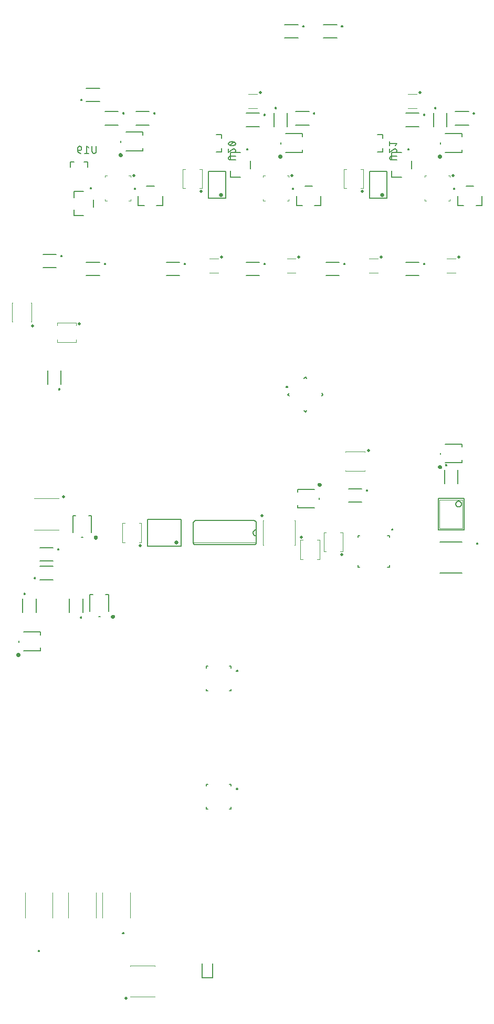
<source format=gbr>
G04 EAGLE Gerber RS-274X export*
G75*
%MOMM*%
%FSLAX34Y34*%
%LPD*%
%INSilkscreen Bottom*%
%IPPOS*%
%AMOC8*
5,1,8,0,0,1.08239X$1,22.5*%
G01*
%ADD10C,0.152400*%
%ADD11C,0.050800*%
%ADD12C,0.500000*%
%ADD13C,0.120000*%
%ADD14C,0.127000*%
%ADD15C,0.300000*%
%ADD16C,0.200000*%
%ADD17C,0.203200*%
%ADD18C,0.650000*%


D10*
X308010Y784558D02*
X401990Y784558D01*
X308010Y745442D02*
X307888Y745444D01*
X307766Y745450D01*
X307644Y745460D01*
X307523Y745473D01*
X307402Y745491D01*
X307282Y745512D01*
X307162Y745538D01*
X307044Y745567D01*
X306926Y745599D01*
X306809Y745636D01*
X306694Y745676D01*
X306580Y745720D01*
X306468Y745768D01*
X306357Y745819D01*
X306248Y745874D01*
X306140Y745932D01*
X306035Y745994D01*
X305932Y746059D01*
X305830Y746127D01*
X305731Y746199D01*
X305635Y746273D01*
X305540Y746351D01*
X305449Y746432D01*
X305359Y746515D01*
X305273Y746601D01*
X305190Y746691D01*
X305109Y746782D01*
X305031Y746877D01*
X304957Y746973D01*
X304885Y747072D01*
X304817Y747174D01*
X304752Y747277D01*
X304690Y747382D01*
X304632Y747490D01*
X304577Y747599D01*
X304526Y747710D01*
X304478Y747822D01*
X304434Y747936D01*
X304394Y748051D01*
X304357Y748168D01*
X304325Y748286D01*
X304296Y748404D01*
X304270Y748524D01*
X304249Y748644D01*
X304231Y748765D01*
X304218Y748886D01*
X304208Y749008D01*
X304202Y749130D01*
X304200Y749252D01*
X401990Y784558D02*
X402112Y784556D01*
X402234Y784550D01*
X402356Y784540D01*
X402477Y784527D01*
X402598Y784509D01*
X402718Y784488D01*
X402838Y784462D01*
X402956Y784433D01*
X403074Y784401D01*
X403191Y784364D01*
X403306Y784324D01*
X403420Y784280D01*
X403532Y784232D01*
X403643Y784181D01*
X403752Y784126D01*
X403860Y784068D01*
X403965Y784006D01*
X404068Y783941D01*
X404170Y783873D01*
X404269Y783801D01*
X404365Y783727D01*
X404460Y783649D01*
X404551Y783568D01*
X404641Y783485D01*
X404727Y783399D01*
X404810Y783309D01*
X404891Y783218D01*
X404969Y783123D01*
X405043Y783027D01*
X405115Y782928D01*
X405183Y782826D01*
X405248Y782723D01*
X405310Y782618D01*
X405368Y782510D01*
X405423Y782401D01*
X405474Y782290D01*
X405522Y782178D01*
X405566Y782064D01*
X405606Y781949D01*
X405643Y781832D01*
X405675Y781714D01*
X405704Y781596D01*
X405730Y781476D01*
X405751Y781356D01*
X405769Y781235D01*
X405782Y781114D01*
X405792Y780992D01*
X405798Y780870D01*
X405800Y780748D01*
X308010Y784558D02*
X307888Y784556D01*
X307766Y784550D01*
X307644Y784540D01*
X307523Y784527D01*
X307402Y784509D01*
X307282Y784488D01*
X307162Y784462D01*
X307044Y784433D01*
X306926Y784401D01*
X306809Y784364D01*
X306694Y784324D01*
X306580Y784280D01*
X306468Y784232D01*
X306357Y784181D01*
X306248Y784126D01*
X306140Y784068D01*
X306035Y784006D01*
X305932Y783941D01*
X305830Y783873D01*
X305731Y783801D01*
X305635Y783727D01*
X305540Y783649D01*
X305449Y783568D01*
X305359Y783485D01*
X305273Y783399D01*
X305190Y783309D01*
X305109Y783218D01*
X305031Y783123D01*
X304957Y783027D01*
X304885Y782928D01*
X304817Y782826D01*
X304752Y782723D01*
X304690Y782618D01*
X304632Y782510D01*
X304577Y782401D01*
X304526Y782290D01*
X304478Y782178D01*
X304434Y782064D01*
X304394Y781949D01*
X304357Y781832D01*
X304325Y781714D01*
X304296Y781596D01*
X304270Y781476D01*
X304249Y781356D01*
X304231Y781235D01*
X304218Y781114D01*
X304208Y780992D01*
X304202Y780870D01*
X304200Y780748D01*
X401990Y745442D02*
X402112Y745444D01*
X402234Y745450D01*
X402356Y745460D01*
X402477Y745473D01*
X402598Y745491D01*
X402718Y745512D01*
X402838Y745538D01*
X402956Y745567D01*
X403074Y745599D01*
X403191Y745636D01*
X403306Y745676D01*
X403420Y745720D01*
X403532Y745768D01*
X403643Y745819D01*
X403752Y745874D01*
X403860Y745932D01*
X403965Y745994D01*
X404068Y746059D01*
X404170Y746127D01*
X404269Y746199D01*
X404365Y746273D01*
X404460Y746351D01*
X404551Y746432D01*
X404641Y746515D01*
X404727Y746601D01*
X404810Y746691D01*
X404891Y746782D01*
X404969Y746877D01*
X405043Y746973D01*
X405115Y747072D01*
X405183Y747174D01*
X405248Y747277D01*
X405310Y747382D01*
X405368Y747490D01*
X405423Y747599D01*
X405474Y747710D01*
X405522Y747822D01*
X405566Y747936D01*
X405606Y748051D01*
X405643Y748168D01*
X405675Y748286D01*
X405704Y748404D01*
X405730Y748524D01*
X405751Y748644D01*
X405769Y748765D01*
X405782Y748886D01*
X405792Y749008D01*
X405798Y749130D01*
X405800Y749252D01*
X401990Y745442D02*
X308010Y745442D01*
X304200Y749252D02*
X304200Y780748D01*
X405800Y780748D02*
X405800Y770080D01*
X405800Y759920D01*
X405800Y749252D01*
X405800Y759920D02*
X405659Y759922D01*
X405518Y759928D01*
X405377Y759938D01*
X405236Y759951D01*
X405096Y759969D01*
X404957Y759991D01*
X404818Y760016D01*
X404679Y760045D01*
X404542Y760078D01*
X404406Y760115D01*
X404271Y760156D01*
X404136Y760200D01*
X404004Y760248D01*
X403872Y760300D01*
X403742Y760355D01*
X403614Y760414D01*
X403487Y760477D01*
X403363Y760543D01*
X403240Y760612D01*
X403119Y760685D01*
X403000Y760761D01*
X402883Y760841D01*
X402769Y760924D01*
X402656Y761009D01*
X402547Y761098D01*
X402439Y761190D01*
X402335Y761285D01*
X402233Y761383D01*
X402134Y761484D01*
X402037Y761587D01*
X401944Y761693D01*
X401854Y761801D01*
X401766Y761912D01*
X401682Y762025D01*
X401601Y762141D01*
X401523Y762259D01*
X401448Y762379D01*
X401377Y762501D01*
X401309Y762625D01*
X401245Y762751D01*
X401184Y762878D01*
X401127Y763007D01*
X401074Y763138D01*
X401024Y763270D01*
X400977Y763403D01*
X400935Y763538D01*
X400896Y763674D01*
X400861Y763811D01*
X400830Y763948D01*
X400803Y764087D01*
X400779Y764226D01*
X400760Y764366D01*
X400744Y764506D01*
X400732Y764647D01*
X400724Y764788D01*
X400720Y764929D01*
X400720Y765071D01*
X400724Y765212D01*
X400732Y765353D01*
X400744Y765494D01*
X400760Y765634D01*
X400779Y765774D01*
X400803Y765913D01*
X400830Y766052D01*
X400861Y766189D01*
X400896Y766326D01*
X400935Y766462D01*
X400977Y766597D01*
X401024Y766730D01*
X401074Y766862D01*
X401127Y766993D01*
X401184Y767122D01*
X401245Y767249D01*
X401309Y767375D01*
X401377Y767499D01*
X401448Y767621D01*
X401523Y767741D01*
X401601Y767859D01*
X401682Y767975D01*
X401766Y768088D01*
X401854Y768199D01*
X401944Y768307D01*
X402037Y768413D01*
X402134Y768516D01*
X402233Y768617D01*
X402335Y768715D01*
X402439Y768810D01*
X402547Y768902D01*
X402656Y768991D01*
X402769Y769076D01*
X402883Y769159D01*
X403000Y769239D01*
X403119Y769315D01*
X403240Y769388D01*
X403363Y769457D01*
X403487Y769523D01*
X403614Y769586D01*
X403742Y769645D01*
X403872Y769700D01*
X404004Y769752D01*
X404136Y769800D01*
X404271Y769844D01*
X404406Y769885D01*
X404542Y769922D01*
X404679Y769955D01*
X404818Y769984D01*
X404957Y770009D01*
X405096Y770031D01*
X405236Y770049D01*
X405377Y770062D01*
X405518Y770072D01*
X405659Y770078D01*
X405800Y770080D01*
D11*
X405800Y748998D02*
X304200Y748998D01*
D12*
X414725Y792288D03*
D13*
X417000Y785000D02*
X417225Y785000D01*
X417000Y785000D02*
X417000Y745000D01*
X417225Y745000D01*
X467775Y785000D02*
X468000Y785000D01*
X468000Y745000D01*
X467775Y745000D01*
D14*
X472500Y830500D02*
X472500Y835000D01*
X499500Y835000D01*
X472500Y809500D02*
X472500Y805000D01*
X499500Y805000D01*
X507500Y819000D02*
X507500Y821500D01*
D15*
X506500Y842000D02*
X506502Y842077D01*
X506508Y842154D01*
X506518Y842231D01*
X506532Y842307D01*
X506549Y842382D01*
X506571Y842456D01*
X506596Y842529D01*
X506626Y842601D01*
X506658Y842671D01*
X506695Y842739D01*
X506734Y842805D01*
X506777Y842869D01*
X506824Y842931D01*
X506873Y842990D01*
X506926Y843047D01*
X506981Y843101D01*
X507039Y843152D01*
X507100Y843200D01*
X507163Y843245D01*
X507228Y843286D01*
X507295Y843324D01*
X507364Y843359D01*
X507435Y843389D01*
X507507Y843417D01*
X507581Y843440D01*
X507655Y843460D01*
X507731Y843476D01*
X507807Y843488D01*
X507884Y843496D01*
X507961Y843500D01*
X508039Y843500D01*
X508116Y843496D01*
X508193Y843488D01*
X508269Y843476D01*
X508345Y843460D01*
X508419Y843440D01*
X508493Y843417D01*
X508565Y843389D01*
X508636Y843359D01*
X508705Y843324D01*
X508772Y843286D01*
X508837Y843245D01*
X508900Y843200D01*
X508961Y843152D01*
X509019Y843101D01*
X509074Y843047D01*
X509127Y842990D01*
X509176Y842931D01*
X509223Y842869D01*
X509266Y842805D01*
X509305Y842739D01*
X509342Y842671D01*
X509374Y842601D01*
X509404Y842529D01*
X509429Y842456D01*
X509451Y842382D01*
X509468Y842307D01*
X509482Y842231D01*
X509492Y842154D01*
X509498Y842077D01*
X509500Y842000D01*
X509498Y841923D01*
X509492Y841846D01*
X509482Y841769D01*
X509468Y841693D01*
X509451Y841618D01*
X509429Y841544D01*
X509404Y841471D01*
X509374Y841399D01*
X509342Y841329D01*
X509305Y841261D01*
X509266Y841195D01*
X509223Y841131D01*
X509176Y841069D01*
X509127Y841010D01*
X509074Y840953D01*
X509019Y840899D01*
X508961Y840848D01*
X508900Y840800D01*
X508837Y840755D01*
X508772Y840714D01*
X508705Y840676D01*
X508636Y840641D01*
X508565Y840611D01*
X508493Y840583D01*
X508419Y840560D01*
X508345Y840540D01*
X508269Y840524D01*
X508193Y840512D01*
X508116Y840504D01*
X508039Y840500D01*
X507961Y840500D01*
X507884Y840504D01*
X507807Y840512D01*
X507731Y840524D01*
X507655Y840540D01*
X507581Y840560D01*
X507507Y840583D01*
X507435Y840611D01*
X507364Y840641D01*
X507295Y840676D01*
X507228Y840714D01*
X507163Y840755D01*
X507100Y840800D01*
X507039Y840848D01*
X506981Y840899D01*
X506926Y840953D01*
X506873Y841010D01*
X506824Y841069D01*
X506777Y841131D01*
X506734Y841195D01*
X506695Y841261D01*
X506658Y841329D01*
X506626Y841399D01*
X506596Y841471D01*
X506571Y841544D01*
X506549Y841618D01*
X506532Y841693D01*
X506518Y841769D01*
X506508Y841846D01*
X506502Y841923D01*
X506500Y842000D01*
D12*
X543890Y729460D03*
D13*
X545500Y734500D02*
X541390Y734500D01*
X545500Y734500D02*
X545500Y765500D01*
X541390Y765500D01*
X518610Y734500D02*
X514500Y734500D01*
X514500Y765500D01*
X518610Y765500D01*
D12*
X478610Y758040D03*
D13*
X477000Y753000D02*
X481110Y753000D01*
X477000Y753000D02*
X477000Y722000D01*
X481110Y722000D01*
X503890Y753000D02*
X508000Y753000D01*
X508000Y722000D01*
X503890Y722000D01*
D12*
X120540Y1101390D03*
D13*
X115500Y1103000D02*
X115500Y1098890D01*
X115500Y1103000D02*
X84500Y1103000D01*
X84500Y1098890D01*
X115500Y1076110D02*
X115500Y1072000D01*
X84500Y1072000D01*
X84500Y1076110D01*
D14*
X222500Y1380000D02*
X222500Y1384500D01*
X222500Y1380000D02*
X195500Y1380000D01*
X222500Y1405500D02*
X222500Y1410000D01*
X195500Y1410000D01*
X187500Y1396000D02*
X187500Y1393500D01*
D15*
X185500Y1373000D02*
X185502Y1373077D01*
X185508Y1373154D01*
X185518Y1373231D01*
X185532Y1373307D01*
X185549Y1373382D01*
X185571Y1373456D01*
X185596Y1373529D01*
X185626Y1373601D01*
X185658Y1373671D01*
X185695Y1373739D01*
X185734Y1373805D01*
X185777Y1373869D01*
X185824Y1373931D01*
X185873Y1373990D01*
X185926Y1374047D01*
X185981Y1374101D01*
X186039Y1374152D01*
X186100Y1374200D01*
X186163Y1374245D01*
X186228Y1374286D01*
X186295Y1374324D01*
X186364Y1374359D01*
X186435Y1374389D01*
X186507Y1374417D01*
X186581Y1374440D01*
X186655Y1374460D01*
X186731Y1374476D01*
X186807Y1374488D01*
X186884Y1374496D01*
X186961Y1374500D01*
X187039Y1374500D01*
X187116Y1374496D01*
X187193Y1374488D01*
X187269Y1374476D01*
X187345Y1374460D01*
X187419Y1374440D01*
X187493Y1374417D01*
X187565Y1374389D01*
X187636Y1374359D01*
X187705Y1374324D01*
X187772Y1374286D01*
X187837Y1374245D01*
X187900Y1374200D01*
X187961Y1374152D01*
X188019Y1374101D01*
X188074Y1374047D01*
X188127Y1373990D01*
X188176Y1373931D01*
X188223Y1373869D01*
X188266Y1373805D01*
X188305Y1373739D01*
X188342Y1373671D01*
X188374Y1373601D01*
X188404Y1373529D01*
X188429Y1373456D01*
X188451Y1373382D01*
X188468Y1373307D01*
X188482Y1373231D01*
X188492Y1373154D01*
X188498Y1373077D01*
X188500Y1373000D01*
X188498Y1372923D01*
X188492Y1372846D01*
X188482Y1372769D01*
X188468Y1372693D01*
X188451Y1372618D01*
X188429Y1372544D01*
X188404Y1372471D01*
X188374Y1372399D01*
X188342Y1372329D01*
X188305Y1372261D01*
X188266Y1372195D01*
X188223Y1372131D01*
X188176Y1372069D01*
X188127Y1372010D01*
X188074Y1371953D01*
X188019Y1371899D01*
X187961Y1371848D01*
X187900Y1371800D01*
X187837Y1371755D01*
X187772Y1371714D01*
X187705Y1371676D01*
X187636Y1371641D01*
X187565Y1371611D01*
X187493Y1371583D01*
X187419Y1371560D01*
X187345Y1371540D01*
X187269Y1371524D01*
X187193Y1371512D01*
X187116Y1371504D01*
X187039Y1371500D01*
X186961Y1371500D01*
X186884Y1371504D01*
X186807Y1371512D01*
X186731Y1371524D01*
X186655Y1371540D01*
X186581Y1371560D01*
X186507Y1371583D01*
X186435Y1371611D01*
X186364Y1371641D01*
X186295Y1371676D01*
X186228Y1371714D01*
X186163Y1371755D01*
X186100Y1371800D01*
X186039Y1371848D01*
X185981Y1371899D01*
X185926Y1371953D01*
X185873Y1372010D01*
X185824Y1372069D01*
X185777Y1372131D01*
X185734Y1372195D01*
X185695Y1372261D01*
X185658Y1372329D01*
X185626Y1372399D01*
X185596Y1372471D01*
X185571Y1372544D01*
X185549Y1372618D01*
X185532Y1372693D01*
X185518Y1372769D01*
X185508Y1372846D01*
X185502Y1372923D01*
X185500Y1373000D01*
D14*
X480000Y1377500D02*
X480000Y1382000D01*
X480000Y1377500D02*
X453000Y1377500D01*
X480000Y1403000D02*
X480000Y1407500D01*
X453000Y1407500D01*
X445000Y1393500D02*
X445000Y1391000D01*
D15*
X443000Y1370500D02*
X443002Y1370577D01*
X443008Y1370654D01*
X443018Y1370731D01*
X443032Y1370807D01*
X443049Y1370882D01*
X443071Y1370956D01*
X443096Y1371029D01*
X443126Y1371101D01*
X443158Y1371171D01*
X443195Y1371239D01*
X443234Y1371305D01*
X443277Y1371369D01*
X443324Y1371431D01*
X443373Y1371490D01*
X443426Y1371547D01*
X443481Y1371601D01*
X443539Y1371652D01*
X443600Y1371700D01*
X443663Y1371745D01*
X443728Y1371786D01*
X443795Y1371824D01*
X443864Y1371859D01*
X443935Y1371889D01*
X444007Y1371917D01*
X444081Y1371940D01*
X444155Y1371960D01*
X444231Y1371976D01*
X444307Y1371988D01*
X444384Y1371996D01*
X444461Y1372000D01*
X444539Y1372000D01*
X444616Y1371996D01*
X444693Y1371988D01*
X444769Y1371976D01*
X444845Y1371960D01*
X444919Y1371940D01*
X444993Y1371917D01*
X445065Y1371889D01*
X445136Y1371859D01*
X445205Y1371824D01*
X445272Y1371786D01*
X445337Y1371745D01*
X445400Y1371700D01*
X445461Y1371652D01*
X445519Y1371601D01*
X445574Y1371547D01*
X445627Y1371490D01*
X445676Y1371431D01*
X445723Y1371369D01*
X445766Y1371305D01*
X445805Y1371239D01*
X445842Y1371171D01*
X445874Y1371101D01*
X445904Y1371029D01*
X445929Y1370956D01*
X445951Y1370882D01*
X445968Y1370807D01*
X445982Y1370731D01*
X445992Y1370654D01*
X445998Y1370577D01*
X446000Y1370500D01*
X445998Y1370423D01*
X445992Y1370346D01*
X445982Y1370269D01*
X445968Y1370193D01*
X445951Y1370118D01*
X445929Y1370044D01*
X445904Y1369971D01*
X445874Y1369899D01*
X445842Y1369829D01*
X445805Y1369761D01*
X445766Y1369695D01*
X445723Y1369631D01*
X445676Y1369569D01*
X445627Y1369510D01*
X445574Y1369453D01*
X445519Y1369399D01*
X445461Y1369348D01*
X445400Y1369300D01*
X445337Y1369255D01*
X445272Y1369214D01*
X445205Y1369176D01*
X445136Y1369141D01*
X445065Y1369111D01*
X444993Y1369083D01*
X444919Y1369060D01*
X444845Y1369040D01*
X444769Y1369024D01*
X444693Y1369012D01*
X444616Y1369004D01*
X444539Y1369000D01*
X444461Y1369000D01*
X444384Y1369004D01*
X444307Y1369012D01*
X444231Y1369024D01*
X444155Y1369040D01*
X444081Y1369060D01*
X444007Y1369083D01*
X443935Y1369111D01*
X443864Y1369141D01*
X443795Y1369176D01*
X443728Y1369214D01*
X443663Y1369255D01*
X443600Y1369300D01*
X443539Y1369348D01*
X443481Y1369399D01*
X443426Y1369453D01*
X443373Y1369510D01*
X443324Y1369569D01*
X443277Y1369631D01*
X443234Y1369695D01*
X443195Y1369761D01*
X443158Y1369829D01*
X443126Y1369899D01*
X443096Y1369971D01*
X443071Y1370044D01*
X443049Y1370118D01*
X443032Y1370193D01*
X443018Y1370269D01*
X443008Y1370346D01*
X443002Y1370423D01*
X443000Y1370500D01*
D14*
X737500Y1377500D02*
X737500Y1382000D01*
X737500Y1377500D02*
X710500Y1377500D01*
X737500Y1403000D02*
X737500Y1407500D01*
X710500Y1407500D01*
X702500Y1393500D02*
X702500Y1391000D01*
D15*
X700500Y1370500D02*
X700502Y1370577D01*
X700508Y1370654D01*
X700518Y1370731D01*
X700532Y1370807D01*
X700549Y1370882D01*
X700571Y1370956D01*
X700596Y1371029D01*
X700626Y1371101D01*
X700658Y1371171D01*
X700695Y1371239D01*
X700734Y1371305D01*
X700777Y1371369D01*
X700824Y1371431D01*
X700873Y1371490D01*
X700926Y1371547D01*
X700981Y1371601D01*
X701039Y1371652D01*
X701100Y1371700D01*
X701163Y1371745D01*
X701228Y1371786D01*
X701295Y1371824D01*
X701364Y1371859D01*
X701435Y1371889D01*
X701507Y1371917D01*
X701581Y1371940D01*
X701655Y1371960D01*
X701731Y1371976D01*
X701807Y1371988D01*
X701884Y1371996D01*
X701961Y1372000D01*
X702039Y1372000D01*
X702116Y1371996D01*
X702193Y1371988D01*
X702269Y1371976D01*
X702345Y1371960D01*
X702419Y1371940D01*
X702493Y1371917D01*
X702565Y1371889D01*
X702636Y1371859D01*
X702705Y1371824D01*
X702772Y1371786D01*
X702837Y1371745D01*
X702900Y1371700D01*
X702961Y1371652D01*
X703019Y1371601D01*
X703074Y1371547D01*
X703127Y1371490D01*
X703176Y1371431D01*
X703223Y1371369D01*
X703266Y1371305D01*
X703305Y1371239D01*
X703342Y1371171D01*
X703374Y1371101D01*
X703404Y1371029D01*
X703429Y1370956D01*
X703451Y1370882D01*
X703468Y1370807D01*
X703482Y1370731D01*
X703492Y1370654D01*
X703498Y1370577D01*
X703500Y1370500D01*
X703498Y1370423D01*
X703492Y1370346D01*
X703482Y1370269D01*
X703468Y1370193D01*
X703451Y1370118D01*
X703429Y1370044D01*
X703404Y1369971D01*
X703374Y1369899D01*
X703342Y1369829D01*
X703305Y1369761D01*
X703266Y1369695D01*
X703223Y1369631D01*
X703176Y1369569D01*
X703127Y1369510D01*
X703074Y1369453D01*
X703019Y1369399D01*
X702961Y1369348D01*
X702900Y1369300D01*
X702837Y1369255D01*
X702772Y1369214D01*
X702705Y1369176D01*
X702636Y1369141D01*
X702565Y1369111D01*
X702493Y1369083D01*
X702419Y1369060D01*
X702345Y1369040D01*
X702269Y1369024D01*
X702193Y1369012D01*
X702116Y1369004D01*
X702039Y1369000D01*
X701961Y1369000D01*
X701884Y1369004D01*
X701807Y1369012D01*
X701731Y1369024D01*
X701655Y1369040D01*
X701581Y1369060D01*
X701507Y1369083D01*
X701435Y1369111D01*
X701364Y1369141D01*
X701295Y1369176D01*
X701228Y1369214D01*
X701163Y1369255D01*
X701100Y1369300D01*
X701039Y1369348D01*
X700981Y1369399D01*
X700926Y1369453D01*
X700873Y1369510D01*
X700824Y1369569D01*
X700777Y1369631D01*
X700734Y1369695D01*
X700695Y1369761D01*
X700658Y1369829D01*
X700626Y1369899D01*
X700596Y1369971D01*
X700571Y1370044D01*
X700549Y1370118D01*
X700532Y1370193D01*
X700518Y1370269D01*
X700508Y1370346D01*
X700502Y1370423D01*
X700500Y1370500D01*
D16*
X760900Y747750D02*
X760902Y747813D01*
X760908Y747875D01*
X760918Y747937D01*
X760931Y747999D01*
X760949Y748059D01*
X760970Y748118D01*
X760995Y748176D01*
X761024Y748232D01*
X761056Y748286D01*
X761091Y748338D01*
X761129Y748387D01*
X761171Y748435D01*
X761215Y748479D01*
X761263Y748521D01*
X761312Y748559D01*
X761364Y748594D01*
X761418Y748626D01*
X761474Y748655D01*
X761532Y748680D01*
X761591Y748701D01*
X761651Y748719D01*
X761713Y748732D01*
X761775Y748742D01*
X761837Y748748D01*
X761900Y748750D01*
X761963Y748748D01*
X762025Y748742D01*
X762087Y748732D01*
X762149Y748719D01*
X762209Y748701D01*
X762268Y748680D01*
X762326Y748655D01*
X762382Y748626D01*
X762436Y748594D01*
X762488Y748559D01*
X762537Y748521D01*
X762585Y748479D01*
X762629Y748435D01*
X762671Y748387D01*
X762709Y748338D01*
X762744Y748286D01*
X762776Y748232D01*
X762805Y748176D01*
X762830Y748118D01*
X762851Y748059D01*
X762869Y747999D01*
X762882Y747937D01*
X762892Y747875D01*
X762898Y747813D01*
X762900Y747750D01*
X762898Y747687D01*
X762892Y747625D01*
X762882Y747563D01*
X762869Y747501D01*
X762851Y747441D01*
X762830Y747382D01*
X762805Y747324D01*
X762776Y747268D01*
X762744Y747214D01*
X762709Y747162D01*
X762671Y747113D01*
X762629Y747065D01*
X762585Y747021D01*
X762537Y746979D01*
X762488Y746941D01*
X762436Y746906D01*
X762382Y746874D01*
X762326Y746845D01*
X762268Y746820D01*
X762209Y746799D01*
X762149Y746781D01*
X762087Y746768D01*
X762025Y746758D01*
X761963Y746752D01*
X761900Y746750D01*
X761837Y746752D01*
X761775Y746758D01*
X761713Y746768D01*
X761651Y746781D01*
X761591Y746799D01*
X761532Y746820D01*
X761474Y746845D01*
X761418Y746874D01*
X761364Y746906D01*
X761312Y746941D01*
X761263Y746979D01*
X761215Y747021D01*
X761171Y747065D01*
X761129Y747113D01*
X761091Y747162D01*
X761056Y747214D01*
X761024Y747268D01*
X760995Y747324D01*
X760970Y747382D01*
X760949Y747441D01*
X760931Y747501D01*
X760918Y747563D01*
X760908Y747625D01*
X760902Y747687D01*
X760900Y747750D01*
D14*
X737650Y750000D02*
X702350Y750000D01*
X702350Y700000D02*
X737650Y700000D01*
D16*
X335250Y71000D02*
X335250Y48250D01*
X318750Y48250D01*
X318750Y71000D01*
X373750Y352500D02*
X373752Y352563D01*
X373758Y352625D01*
X373768Y352687D01*
X373781Y352749D01*
X373799Y352809D01*
X373820Y352868D01*
X373845Y352926D01*
X373874Y352982D01*
X373906Y353036D01*
X373941Y353088D01*
X373979Y353137D01*
X374021Y353185D01*
X374065Y353229D01*
X374113Y353271D01*
X374162Y353309D01*
X374214Y353344D01*
X374268Y353376D01*
X374324Y353405D01*
X374382Y353430D01*
X374441Y353451D01*
X374501Y353469D01*
X374563Y353482D01*
X374625Y353492D01*
X374687Y353498D01*
X374750Y353500D01*
X374813Y353498D01*
X374875Y353492D01*
X374937Y353482D01*
X374999Y353469D01*
X375059Y353451D01*
X375118Y353430D01*
X375176Y353405D01*
X375232Y353376D01*
X375286Y353344D01*
X375338Y353309D01*
X375387Y353271D01*
X375435Y353229D01*
X375479Y353185D01*
X375521Y353137D01*
X375559Y353088D01*
X375594Y353036D01*
X375626Y352982D01*
X375655Y352926D01*
X375680Y352868D01*
X375701Y352809D01*
X375719Y352749D01*
X375732Y352687D01*
X375742Y352625D01*
X375748Y352563D01*
X375750Y352500D01*
X375748Y352437D01*
X375742Y352375D01*
X375732Y352313D01*
X375719Y352251D01*
X375701Y352191D01*
X375680Y352132D01*
X375655Y352074D01*
X375626Y352018D01*
X375594Y351964D01*
X375559Y351912D01*
X375521Y351863D01*
X375479Y351815D01*
X375435Y351771D01*
X375387Y351729D01*
X375338Y351691D01*
X375286Y351656D01*
X375232Y351624D01*
X375176Y351595D01*
X375118Y351570D01*
X375059Y351549D01*
X374999Y351531D01*
X374937Y351518D01*
X374875Y351508D01*
X374813Y351502D01*
X374750Y351500D01*
X374687Y351502D01*
X374625Y351508D01*
X374563Y351518D01*
X374501Y351531D01*
X374441Y351549D01*
X374382Y351570D01*
X374324Y351595D01*
X374268Y351624D01*
X374214Y351656D01*
X374162Y351691D01*
X374113Y351729D01*
X374065Y351771D01*
X374021Y351815D01*
X373979Y351863D01*
X373941Y351912D01*
X373906Y351964D01*
X373874Y352018D01*
X373845Y352074D01*
X373820Y352132D01*
X373799Y352191D01*
X373781Y352251D01*
X373768Y352313D01*
X373758Y352375D01*
X373752Y352437D01*
X373750Y352500D01*
D14*
X327950Y320000D02*
X325000Y320000D01*
X325000Y360000D02*
X327950Y360000D01*
X362050Y320000D02*
X365000Y320000D01*
X365000Y360000D02*
X362050Y360000D01*
X325000Y322950D02*
X325000Y320000D01*
X325000Y357050D02*
X325000Y360000D01*
X365000Y322950D02*
X365000Y320000D01*
X365000Y357050D02*
X365000Y360000D01*
D16*
X373750Y542500D02*
X373752Y542563D01*
X373758Y542625D01*
X373768Y542687D01*
X373781Y542749D01*
X373799Y542809D01*
X373820Y542868D01*
X373845Y542926D01*
X373874Y542982D01*
X373906Y543036D01*
X373941Y543088D01*
X373979Y543137D01*
X374021Y543185D01*
X374065Y543229D01*
X374113Y543271D01*
X374162Y543309D01*
X374214Y543344D01*
X374268Y543376D01*
X374324Y543405D01*
X374382Y543430D01*
X374441Y543451D01*
X374501Y543469D01*
X374563Y543482D01*
X374625Y543492D01*
X374687Y543498D01*
X374750Y543500D01*
X374813Y543498D01*
X374875Y543492D01*
X374937Y543482D01*
X374999Y543469D01*
X375059Y543451D01*
X375118Y543430D01*
X375176Y543405D01*
X375232Y543376D01*
X375286Y543344D01*
X375338Y543309D01*
X375387Y543271D01*
X375435Y543229D01*
X375479Y543185D01*
X375521Y543137D01*
X375559Y543088D01*
X375594Y543036D01*
X375626Y542982D01*
X375655Y542926D01*
X375680Y542868D01*
X375701Y542809D01*
X375719Y542749D01*
X375732Y542687D01*
X375742Y542625D01*
X375748Y542563D01*
X375750Y542500D01*
X375748Y542437D01*
X375742Y542375D01*
X375732Y542313D01*
X375719Y542251D01*
X375701Y542191D01*
X375680Y542132D01*
X375655Y542074D01*
X375626Y542018D01*
X375594Y541964D01*
X375559Y541912D01*
X375521Y541863D01*
X375479Y541815D01*
X375435Y541771D01*
X375387Y541729D01*
X375338Y541691D01*
X375286Y541656D01*
X375232Y541624D01*
X375176Y541595D01*
X375118Y541570D01*
X375059Y541549D01*
X374999Y541531D01*
X374937Y541518D01*
X374875Y541508D01*
X374813Y541502D01*
X374750Y541500D01*
X374687Y541502D01*
X374625Y541508D01*
X374563Y541518D01*
X374501Y541531D01*
X374441Y541549D01*
X374382Y541570D01*
X374324Y541595D01*
X374268Y541624D01*
X374214Y541656D01*
X374162Y541691D01*
X374113Y541729D01*
X374065Y541771D01*
X374021Y541815D01*
X373979Y541863D01*
X373941Y541912D01*
X373906Y541964D01*
X373874Y542018D01*
X373845Y542074D01*
X373820Y542132D01*
X373799Y542191D01*
X373781Y542251D01*
X373768Y542313D01*
X373758Y542375D01*
X373752Y542437D01*
X373750Y542500D01*
D14*
X327950Y510000D02*
X325000Y510000D01*
X325000Y550000D02*
X327950Y550000D01*
X362050Y510000D02*
X365000Y510000D01*
X365000Y550000D02*
X362050Y550000D01*
X325000Y512950D02*
X325000Y510000D01*
X325000Y547050D02*
X325000Y550000D01*
X365000Y512950D02*
X365000Y510000D01*
X365000Y547050D02*
X365000Y550000D01*
D10*
X740828Y769854D02*
X740828Y820146D01*
X740828Y769854D02*
X699172Y769854D01*
X699172Y820146D01*
X740828Y820146D01*
D11*
X738542Y817860D02*
X738542Y772140D01*
X701458Y772140D01*
X701458Y817860D01*
X738542Y817860D01*
D10*
X727620Y811256D02*
X727622Y811391D01*
X727628Y811526D01*
X727638Y811660D01*
X727652Y811794D01*
X727670Y811928D01*
X727691Y812061D01*
X727717Y812193D01*
X727747Y812325D01*
X727780Y812456D01*
X727817Y812585D01*
X727859Y812714D01*
X727903Y812841D01*
X727952Y812967D01*
X728004Y813091D01*
X728060Y813214D01*
X728120Y813335D01*
X728183Y813454D01*
X728249Y813571D01*
X728319Y813686D01*
X728393Y813800D01*
X728470Y813911D01*
X728549Y814019D01*
X728633Y814125D01*
X728719Y814229D01*
X728808Y814330D01*
X728900Y814429D01*
X728995Y814524D01*
X729093Y814617D01*
X729193Y814707D01*
X729296Y814794D01*
X729402Y814878D01*
X729510Y814959D01*
X729620Y815036D01*
X729733Y815110D01*
X729848Y815181D01*
X729965Y815249D01*
X730083Y815313D01*
X730204Y815373D01*
X730326Y815430D01*
X730450Y815483D01*
X730576Y815533D01*
X730702Y815579D01*
X730831Y815621D01*
X730960Y815659D01*
X731090Y815693D01*
X731222Y815724D01*
X731354Y815751D01*
X731487Y815773D01*
X731620Y815792D01*
X731754Y815807D01*
X731889Y815818D01*
X732023Y815825D01*
X732158Y815828D01*
X732293Y815827D01*
X732428Y815822D01*
X732562Y815813D01*
X732697Y815800D01*
X732831Y815783D01*
X732964Y815762D01*
X733096Y815738D01*
X733228Y815709D01*
X733359Y815677D01*
X733489Y815640D01*
X733618Y815600D01*
X733745Y815556D01*
X733871Y815508D01*
X733996Y815457D01*
X734119Y815402D01*
X734241Y815343D01*
X734360Y815281D01*
X734478Y815215D01*
X734594Y815146D01*
X734707Y815074D01*
X734819Y814998D01*
X734928Y814919D01*
X735035Y814837D01*
X735139Y814751D01*
X735241Y814663D01*
X735340Y814571D01*
X735437Y814477D01*
X735530Y814380D01*
X735621Y814280D01*
X735709Y814178D01*
X735793Y814073D01*
X735875Y813965D01*
X735953Y813855D01*
X736028Y813743D01*
X736100Y813629D01*
X736168Y813513D01*
X736233Y813394D01*
X736294Y813274D01*
X736352Y813152D01*
X736406Y813029D01*
X736457Y812904D01*
X736503Y812777D01*
X736546Y812650D01*
X736586Y812521D01*
X736621Y812390D01*
X736653Y812259D01*
X736680Y812127D01*
X736704Y811995D01*
X736724Y811861D01*
X736740Y811727D01*
X736752Y811593D01*
X736760Y811458D01*
X736764Y811323D01*
X736764Y811189D01*
X736760Y811054D01*
X736752Y810919D01*
X736740Y810785D01*
X736724Y810651D01*
X736704Y810517D01*
X736680Y810385D01*
X736653Y810253D01*
X736621Y810122D01*
X736586Y809991D01*
X736546Y809862D01*
X736503Y809735D01*
X736457Y809608D01*
X736406Y809483D01*
X736352Y809360D01*
X736294Y809238D01*
X736233Y809118D01*
X736168Y808999D01*
X736100Y808883D01*
X736028Y808769D01*
X735953Y808657D01*
X735875Y808547D01*
X735793Y808439D01*
X735709Y808334D01*
X735621Y808232D01*
X735530Y808132D01*
X735437Y808035D01*
X735340Y807941D01*
X735241Y807849D01*
X735139Y807761D01*
X735035Y807675D01*
X734928Y807593D01*
X734819Y807514D01*
X734707Y807438D01*
X734594Y807366D01*
X734478Y807297D01*
X734360Y807231D01*
X734241Y807169D01*
X734119Y807110D01*
X733996Y807055D01*
X733871Y807004D01*
X733745Y806956D01*
X733618Y806912D01*
X733489Y806872D01*
X733359Y806835D01*
X733228Y806803D01*
X733096Y806774D01*
X732964Y806750D01*
X732831Y806729D01*
X732697Y806712D01*
X732562Y806699D01*
X732428Y806690D01*
X732293Y806685D01*
X732158Y806684D01*
X732023Y806687D01*
X731889Y806694D01*
X731754Y806705D01*
X731620Y806720D01*
X731487Y806739D01*
X731354Y806761D01*
X731222Y806788D01*
X731090Y806819D01*
X730960Y806853D01*
X730831Y806891D01*
X730702Y806933D01*
X730576Y806979D01*
X730450Y807029D01*
X730326Y807082D01*
X730204Y807139D01*
X730083Y807199D01*
X729965Y807263D01*
X729848Y807331D01*
X729733Y807402D01*
X729620Y807476D01*
X729510Y807553D01*
X729402Y807634D01*
X729296Y807718D01*
X729193Y807805D01*
X729093Y807895D01*
X728995Y807988D01*
X728900Y808083D01*
X728808Y808182D01*
X728719Y808283D01*
X728633Y808387D01*
X728549Y808493D01*
X728470Y808601D01*
X728393Y808712D01*
X728319Y808826D01*
X728249Y808941D01*
X728183Y809058D01*
X728120Y809177D01*
X728060Y809298D01*
X728004Y809421D01*
X727952Y809545D01*
X727903Y809671D01*
X727859Y809798D01*
X727817Y809927D01*
X727780Y810056D01*
X727747Y810187D01*
X727717Y810319D01*
X727691Y810451D01*
X727670Y810584D01*
X727652Y810718D01*
X727638Y810852D01*
X727628Y810986D01*
X727622Y811121D01*
X727620Y811256D01*
X572648Y709600D02*
X569600Y709600D01*
X620400Y709600D02*
X620400Y712648D01*
X620400Y760400D02*
X617352Y760400D01*
X569600Y760400D02*
X569600Y757352D01*
X620400Y757352D02*
X620400Y760400D01*
X620400Y709600D02*
X617352Y709600D01*
X569600Y709600D02*
X569600Y712648D01*
X569600Y760400D02*
X572648Y760400D01*
D14*
X624140Y770000D02*
X624142Y770058D01*
X624148Y770116D01*
X624158Y770173D01*
X624171Y770230D01*
X624189Y770285D01*
X624210Y770339D01*
X624234Y770392D01*
X624263Y770443D01*
X624294Y770491D01*
X624329Y770538D01*
X624367Y770582D01*
X624407Y770623D01*
X624451Y770662D01*
X624497Y770697D01*
X624545Y770730D01*
X624595Y770759D01*
X624648Y770784D01*
X624701Y770806D01*
X624756Y770825D01*
X624813Y770839D01*
X624870Y770850D01*
X624927Y770857D01*
X624985Y770860D01*
X625044Y770859D01*
X625101Y770854D01*
X625159Y770845D01*
X625216Y770833D01*
X625271Y770816D01*
X625326Y770796D01*
X625379Y770772D01*
X625430Y770745D01*
X625479Y770714D01*
X625526Y770680D01*
X625571Y770643D01*
X625613Y770603D01*
X625653Y770560D01*
X625689Y770515D01*
X625722Y770467D01*
X625752Y770417D01*
X625778Y770366D01*
X625801Y770312D01*
X625821Y770257D01*
X625836Y770201D01*
X625848Y770145D01*
X625856Y770087D01*
X625860Y770029D01*
X625860Y769971D01*
X625856Y769913D01*
X625848Y769855D01*
X625836Y769799D01*
X625821Y769743D01*
X625801Y769688D01*
X625778Y769634D01*
X625752Y769583D01*
X625722Y769533D01*
X625689Y769485D01*
X625653Y769440D01*
X625613Y769397D01*
X625571Y769357D01*
X625526Y769320D01*
X625479Y769286D01*
X625430Y769255D01*
X625379Y769228D01*
X625326Y769204D01*
X625271Y769184D01*
X625216Y769167D01*
X625159Y769155D01*
X625101Y769146D01*
X625044Y769141D01*
X624985Y769140D01*
X624927Y769143D01*
X624870Y769150D01*
X624813Y769161D01*
X624756Y769175D01*
X624701Y769194D01*
X624648Y769216D01*
X624595Y769241D01*
X624545Y769270D01*
X624497Y769303D01*
X624451Y769338D01*
X624407Y769377D01*
X624367Y769418D01*
X624329Y769462D01*
X624294Y769509D01*
X624263Y769557D01*
X624234Y769608D01*
X624210Y769661D01*
X624189Y769715D01*
X624171Y769770D01*
X624158Y769827D01*
X624148Y769884D01*
X624142Y769942D01*
X624140Y770000D01*
D17*
X230500Y786500D02*
X230500Y743500D01*
X230500Y786500D02*
X284500Y786500D01*
X284500Y743500D01*
X230500Y743500D01*
D18*
X277000Y748750D03*
D12*
X218890Y744460D03*
D13*
X220500Y749500D02*
X216390Y749500D01*
X220500Y749500D02*
X220500Y780500D01*
X216390Y780500D01*
X193610Y749500D02*
X189500Y749500D01*
X189500Y780500D01*
X193610Y780500D01*
D12*
X208040Y1340140D03*
D13*
X203000Y1340500D02*
X203000Y1337640D01*
X203000Y1340500D02*
X200140Y1340500D01*
X162000Y1340500D02*
X162000Y1337640D01*
X162000Y1340500D02*
X164860Y1340500D01*
X162000Y1302360D02*
X162000Y1299500D01*
X164860Y1299500D01*
X203000Y1299500D02*
X203000Y1302360D01*
X203000Y1299500D02*
X200140Y1299500D01*
D16*
X137900Y1320000D02*
X137902Y1320063D01*
X137908Y1320125D01*
X137918Y1320187D01*
X137931Y1320249D01*
X137949Y1320309D01*
X137970Y1320368D01*
X137995Y1320426D01*
X138024Y1320482D01*
X138056Y1320536D01*
X138091Y1320588D01*
X138129Y1320637D01*
X138171Y1320685D01*
X138215Y1320729D01*
X138263Y1320771D01*
X138312Y1320809D01*
X138364Y1320844D01*
X138418Y1320876D01*
X138474Y1320905D01*
X138532Y1320930D01*
X138591Y1320951D01*
X138651Y1320969D01*
X138713Y1320982D01*
X138775Y1320992D01*
X138837Y1320998D01*
X138900Y1321000D01*
X138963Y1320998D01*
X139025Y1320992D01*
X139087Y1320982D01*
X139149Y1320969D01*
X139209Y1320951D01*
X139268Y1320930D01*
X139326Y1320905D01*
X139382Y1320876D01*
X139436Y1320844D01*
X139488Y1320809D01*
X139537Y1320771D01*
X139585Y1320729D01*
X139629Y1320685D01*
X139671Y1320637D01*
X139709Y1320588D01*
X139744Y1320536D01*
X139776Y1320482D01*
X139805Y1320426D01*
X139830Y1320368D01*
X139851Y1320309D01*
X139869Y1320249D01*
X139882Y1320187D01*
X139892Y1320125D01*
X139898Y1320063D01*
X139900Y1320000D01*
X139898Y1319937D01*
X139892Y1319875D01*
X139882Y1319813D01*
X139869Y1319751D01*
X139851Y1319691D01*
X139830Y1319632D01*
X139805Y1319574D01*
X139776Y1319518D01*
X139744Y1319464D01*
X139709Y1319412D01*
X139671Y1319363D01*
X139629Y1319315D01*
X139585Y1319271D01*
X139537Y1319229D01*
X139488Y1319191D01*
X139436Y1319156D01*
X139382Y1319124D01*
X139326Y1319095D01*
X139268Y1319070D01*
X139209Y1319049D01*
X139149Y1319031D01*
X139087Y1319018D01*
X139025Y1319008D01*
X138963Y1319002D01*
X138900Y1319000D01*
X138837Y1319002D01*
X138775Y1319008D01*
X138713Y1319018D01*
X138651Y1319031D01*
X138591Y1319049D01*
X138532Y1319070D01*
X138474Y1319095D01*
X138418Y1319124D01*
X138364Y1319156D01*
X138312Y1319191D01*
X138263Y1319229D01*
X138215Y1319271D01*
X138171Y1319315D01*
X138129Y1319363D01*
X138091Y1319412D01*
X138056Y1319464D01*
X138024Y1319518D01*
X137995Y1319574D01*
X137970Y1319632D01*
X137949Y1319691D01*
X137931Y1319751D01*
X137918Y1319813D01*
X137908Y1319875D01*
X137902Y1319937D01*
X137900Y1320000D01*
D14*
X111600Y1314500D02*
X111600Y1305000D01*
X111600Y1314500D02*
X127400Y1314500D01*
X143400Y1301000D02*
X143400Y1289000D01*
X111600Y1285000D02*
X111600Y1275500D01*
X127400Y1275500D01*
D16*
X209000Y1318900D02*
X209002Y1318963D01*
X209008Y1319025D01*
X209018Y1319087D01*
X209031Y1319149D01*
X209049Y1319209D01*
X209070Y1319268D01*
X209095Y1319326D01*
X209124Y1319382D01*
X209156Y1319436D01*
X209191Y1319488D01*
X209229Y1319537D01*
X209271Y1319585D01*
X209315Y1319629D01*
X209363Y1319671D01*
X209412Y1319709D01*
X209464Y1319744D01*
X209518Y1319776D01*
X209574Y1319805D01*
X209632Y1319830D01*
X209691Y1319851D01*
X209751Y1319869D01*
X209813Y1319882D01*
X209875Y1319892D01*
X209937Y1319898D01*
X210000Y1319900D01*
X210063Y1319898D01*
X210125Y1319892D01*
X210187Y1319882D01*
X210249Y1319869D01*
X210309Y1319851D01*
X210368Y1319830D01*
X210426Y1319805D01*
X210482Y1319776D01*
X210536Y1319744D01*
X210588Y1319709D01*
X210637Y1319671D01*
X210685Y1319629D01*
X210729Y1319585D01*
X210771Y1319537D01*
X210809Y1319488D01*
X210844Y1319436D01*
X210876Y1319382D01*
X210905Y1319326D01*
X210930Y1319268D01*
X210951Y1319209D01*
X210969Y1319149D01*
X210982Y1319087D01*
X210992Y1319025D01*
X210998Y1318963D01*
X211000Y1318900D01*
X210998Y1318837D01*
X210992Y1318775D01*
X210982Y1318713D01*
X210969Y1318651D01*
X210951Y1318591D01*
X210930Y1318532D01*
X210905Y1318474D01*
X210876Y1318418D01*
X210844Y1318364D01*
X210809Y1318312D01*
X210771Y1318263D01*
X210729Y1318215D01*
X210685Y1318171D01*
X210637Y1318129D01*
X210588Y1318091D01*
X210536Y1318056D01*
X210482Y1318024D01*
X210426Y1317995D01*
X210368Y1317970D01*
X210309Y1317949D01*
X210249Y1317931D01*
X210187Y1317918D01*
X210125Y1317908D01*
X210063Y1317902D01*
X210000Y1317900D01*
X209937Y1317902D01*
X209875Y1317908D01*
X209813Y1317918D01*
X209751Y1317931D01*
X209691Y1317949D01*
X209632Y1317970D01*
X209574Y1317995D01*
X209518Y1318024D01*
X209464Y1318056D01*
X209412Y1318091D01*
X209363Y1318129D01*
X209315Y1318171D01*
X209271Y1318215D01*
X209229Y1318263D01*
X209191Y1318312D01*
X209156Y1318364D01*
X209124Y1318418D01*
X209095Y1318474D01*
X209070Y1318532D01*
X209049Y1318591D01*
X209031Y1318651D01*
X209018Y1318713D01*
X209008Y1318775D01*
X209002Y1318837D01*
X209000Y1318900D01*
D14*
X215500Y1291600D02*
X225000Y1291600D01*
X215500Y1291600D02*
X215500Y1307400D01*
X229000Y1323400D02*
X241000Y1323400D01*
X245000Y1291600D02*
X254500Y1291600D01*
X254500Y1307400D01*
D12*
X463040Y1340140D03*
D13*
X458000Y1340500D02*
X458000Y1337640D01*
X458000Y1340500D02*
X455140Y1340500D01*
X417000Y1340500D02*
X417000Y1337640D01*
X417000Y1340500D02*
X419860Y1340500D01*
X417000Y1302360D02*
X417000Y1299500D01*
X419860Y1299500D01*
X458000Y1299500D02*
X458000Y1302360D01*
X458000Y1299500D02*
X455140Y1299500D01*
D16*
X390400Y1382500D02*
X390402Y1382563D01*
X390408Y1382625D01*
X390418Y1382687D01*
X390431Y1382749D01*
X390449Y1382809D01*
X390470Y1382868D01*
X390495Y1382926D01*
X390524Y1382982D01*
X390556Y1383036D01*
X390591Y1383088D01*
X390629Y1383137D01*
X390671Y1383185D01*
X390715Y1383229D01*
X390763Y1383271D01*
X390812Y1383309D01*
X390864Y1383344D01*
X390918Y1383376D01*
X390974Y1383405D01*
X391032Y1383430D01*
X391091Y1383451D01*
X391151Y1383469D01*
X391213Y1383482D01*
X391275Y1383492D01*
X391337Y1383498D01*
X391400Y1383500D01*
X391463Y1383498D01*
X391525Y1383492D01*
X391587Y1383482D01*
X391649Y1383469D01*
X391709Y1383451D01*
X391768Y1383430D01*
X391826Y1383405D01*
X391882Y1383376D01*
X391936Y1383344D01*
X391988Y1383309D01*
X392037Y1383271D01*
X392085Y1383229D01*
X392129Y1383185D01*
X392171Y1383137D01*
X392209Y1383088D01*
X392244Y1383036D01*
X392276Y1382982D01*
X392305Y1382926D01*
X392330Y1382868D01*
X392351Y1382809D01*
X392369Y1382749D01*
X392382Y1382687D01*
X392392Y1382625D01*
X392398Y1382563D01*
X392400Y1382500D01*
X392398Y1382437D01*
X392392Y1382375D01*
X392382Y1382313D01*
X392369Y1382251D01*
X392351Y1382191D01*
X392330Y1382132D01*
X392305Y1382074D01*
X392276Y1382018D01*
X392244Y1381964D01*
X392209Y1381912D01*
X392171Y1381863D01*
X392129Y1381815D01*
X392085Y1381771D01*
X392037Y1381729D01*
X391988Y1381691D01*
X391936Y1381656D01*
X391882Y1381624D01*
X391826Y1381595D01*
X391768Y1381570D01*
X391709Y1381549D01*
X391649Y1381531D01*
X391587Y1381518D01*
X391525Y1381508D01*
X391463Y1381502D01*
X391400Y1381500D01*
X391337Y1381502D01*
X391275Y1381508D01*
X391213Y1381518D01*
X391151Y1381531D01*
X391091Y1381549D01*
X391032Y1381570D01*
X390974Y1381595D01*
X390918Y1381624D01*
X390864Y1381656D01*
X390812Y1381691D01*
X390763Y1381729D01*
X390715Y1381771D01*
X390671Y1381815D01*
X390629Y1381863D01*
X390591Y1381912D01*
X390556Y1381964D01*
X390524Y1382018D01*
X390495Y1382074D01*
X390470Y1382132D01*
X390449Y1382191D01*
X390431Y1382251D01*
X390418Y1382313D01*
X390408Y1382375D01*
X390402Y1382437D01*
X390400Y1382500D01*
D14*
X364100Y1377000D02*
X364100Y1367500D01*
X364100Y1377000D02*
X379900Y1377000D01*
X395900Y1363500D02*
X395900Y1351500D01*
X364100Y1347500D02*
X364100Y1338000D01*
X379900Y1338000D01*
D16*
X464000Y1318900D02*
X464002Y1318963D01*
X464008Y1319025D01*
X464018Y1319087D01*
X464031Y1319149D01*
X464049Y1319209D01*
X464070Y1319268D01*
X464095Y1319326D01*
X464124Y1319382D01*
X464156Y1319436D01*
X464191Y1319488D01*
X464229Y1319537D01*
X464271Y1319585D01*
X464315Y1319629D01*
X464363Y1319671D01*
X464412Y1319709D01*
X464464Y1319744D01*
X464518Y1319776D01*
X464574Y1319805D01*
X464632Y1319830D01*
X464691Y1319851D01*
X464751Y1319869D01*
X464813Y1319882D01*
X464875Y1319892D01*
X464937Y1319898D01*
X465000Y1319900D01*
X465063Y1319898D01*
X465125Y1319892D01*
X465187Y1319882D01*
X465249Y1319869D01*
X465309Y1319851D01*
X465368Y1319830D01*
X465426Y1319805D01*
X465482Y1319776D01*
X465536Y1319744D01*
X465588Y1319709D01*
X465637Y1319671D01*
X465685Y1319629D01*
X465729Y1319585D01*
X465771Y1319537D01*
X465809Y1319488D01*
X465844Y1319436D01*
X465876Y1319382D01*
X465905Y1319326D01*
X465930Y1319268D01*
X465951Y1319209D01*
X465969Y1319149D01*
X465982Y1319087D01*
X465992Y1319025D01*
X465998Y1318963D01*
X466000Y1318900D01*
X465998Y1318837D01*
X465992Y1318775D01*
X465982Y1318713D01*
X465969Y1318651D01*
X465951Y1318591D01*
X465930Y1318532D01*
X465905Y1318474D01*
X465876Y1318418D01*
X465844Y1318364D01*
X465809Y1318312D01*
X465771Y1318263D01*
X465729Y1318215D01*
X465685Y1318171D01*
X465637Y1318129D01*
X465588Y1318091D01*
X465536Y1318056D01*
X465482Y1318024D01*
X465426Y1317995D01*
X465368Y1317970D01*
X465309Y1317949D01*
X465249Y1317931D01*
X465187Y1317918D01*
X465125Y1317908D01*
X465063Y1317902D01*
X465000Y1317900D01*
X464937Y1317902D01*
X464875Y1317908D01*
X464813Y1317918D01*
X464751Y1317931D01*
X464691Y1317949D01*
X464632Y1317970D01*
X464574Y1317995D01*
X464518Y1318024D01*
X464464Y1318056D01*
X464412Y1318091D01*
X464363Y1318129D01*
X464315Y1318171D01*
X464271Y1318215D01*
X464229Y1318263D01*
X464191Y1318312D01*
X464156Y1318364D01*
X464124Y1318418D01*
X464095Y1318474D01*
X464070Y1318532D01*
X464049Y1318591D01*
X464031Y1318651D01*
X464018Y1318713D01*
X464008Y1318775D01*
X464002Y1318837D01*
X464000Y1318900D01*
D14*
X470500Y1291600D02*
X480000Y1291600D01*
X470500Y1291600D02*
X470500Y1307400D01*
X484000Y1323400D02*
X496000Y1323400D01*
X500000Y1291600D02*
X509500Y1291600D01*
X509500Y1307400D01*
D12*
X723040Y1340140D03*
D13*
X718000Y1340500D02*
X718000Y1337640D01*
X718000Y1340500D02*
X715140Y1340500D01*
X677000Y1340500D02*
X677000Y1337640D01*
X677000Y1340500D02*
X679860Y1340500D01*
X677000Y1302360D02*
X677000Y1299500D01*
X679860Y1299500D01*
X718000Y1299500D02*
X718000Y1302360D01*
X718000Y1299500D02*
X715140Y1299500D01*
D16*
X650400Y1382500D02*
X650402Y1382563D01*
X650408Y1382625D01*
X650418Y1382687D01*
X650431Y1382749D01*
X650449Y1382809D01*
X650470Y1382868D01*
X650495Y1382926D01*
X650524Y1382982D01*
X650556Y1383036D01*
X650591Y1383088D01*
X650629Y1383137D01*
X650671Y1383185D01*
X650715Y1383229D01*
X650763Y1383271D01*
X650812Y1383309D01*
X650864Y1383344D01*
X650918Y1383376D01*
X650974Y1383405D01*
X651032Y1383430D01*
X651091Y1383451D01*
X651151Y1383469D01*
X651213Y1383482D01*
X651275Y1383492D01*
X651337Y1383498D01*
X651400Y1383500D01*
X651463Y1383498D01*
X651525Y1383492D01*
X651587Y1383482D01*
X651649Y1383469D01*
X651709Y1383451D01*
X651768Y1383430D01*
X651826Y1383405D01*
X651882Y1383376D01*
X651936Y1383344D01*
X651988Y1383309D01*
X652037Y1383271D01*
X652085Y1383229D01*
X652129Y1383185D01*
X652171Y1383137D01*
X652209Y1383088D01*
X652244Y1383036D01*
X652276Y1382982D01*
X652305Y1382926D01*
X652330Y1382868D01*
X652351Y1382809D01*
X652369Y1382749D01*
X652382Y1382687D01*
X652392Y1382625D01*
X652398Y1382563D01*
X652400Y1382500D01*
X652398Y1382437D01*
X652392Y1382375D01*
X652382Y1382313D01*
X652369Y1382251D01*
X652351Y1382191D01*
X652330Y1382132D01*
X652305Y1382074D01*
X652276Y1382018D01*
X652244Y1381964D01*
X652209Y1381912D01*
X652171Y1381863D01*
X652129Y1381815D01*
X652085Y1381771D01*
X652037Y1381729D01*
X651988Y1381691D01*
X651936Y1381656D01*
X651882Y1381624D01*
X651826Y1381595D01*
X651768Y1381570D01*
X651709Y1381549D01*
X651649Y1381531D01*
X651587Y1381518D01*
X651525Y1381508D01*
X651463Y1381502D01*
X651400Y1381500D01*
X651337Y1381502D01*
X651275Y1381508D01*
X651213Y1381518D01*
X651151Y1381531D01*
X651091Y1381549D01*
X651032Y1381570D01*
X650974Y1381595D01*
X650918Y1381624D01*
X650864Y1381656D01*
X650812Y1381691D01*
X650763Y1381729D01*
X650715Y1381771D01*
X650671Y1381815D01*
X650629Y1381863D01*
X650591Y1381912D01*
X650556Y1381964D01*
X650524Y1382018D01*
X650495Y1382074D01*
X650470Y1382132D01*
X650449Y1382191D01*
X650431Y1382251D01*
X650418Y1382313D01*
X650408Y1382375D01*
X650402Y1382437D01*
X650400Y1382500D01*
D14*
X624100Y1377000D02*
X624100Y1367500D01*
X624100Y1377000D02*
X639900Y1377000D01*
X655900Y1363500D02*
X655900Y1351500D01*
X624100Y1347500D02*
X624100Y1338000D01*
X639900Y1338000D01*
D16*
X724000Y1318900D02*
X724002Y1318963D01*
X724008Y1319025D01*
X724018Y1319087D01*
X724031Y1319149D01*
X724049Y1319209D01*
X724070Y1319268D01*
X724095Y1319326D01*
X724124Y1319382D01*
X724156Y1319436D01*
X724191Y1319488D01*
X724229Y1319537D01*
X724271Y1319585D01*
X724315Y1319629D01*
X724363Y1319671D01*
X724412Y1319709D01*
X724464Y1319744D01*
X724518Y1319776D01*
X724574Y1319805D01*
X724632Y1319830D01*
X724691Y1319851D01*
X724751Y1319869D01*
X724813Y1319882D01*
X724875Y1319892D01*
X724937Y1319898D01*
X725000Y1319900D01*
X725063Y1319898D01*
X725125Y1319892D01*
X725187Y1319882D01*
X725249Y1319869D01*
X725309Y1319851D01*
X725368Y1319830D01*
X725426Y1319805D01*
X725482Y1319776D01*
X725536Y1319744D01*
X725588Y1319709D01*
X725637Y1319671D01*
X725685Y1319629D01*
X725729Y1319585D01*
X725771Y1319537D01*
X725809Y1319488D01*
X725844Y1319436D01*
X725876Y1319382D01*
X725905Y1319326D01*
X725930Y1319268D01*
X725951Y1319209D01*
X725969Y1319149D01*
X725982Y1319087D01*
X725992Y1319025D01*
X725998Y1318963D01*
X726000Y1318900D01*
X725998Y1318837D01*
X725992Y1318775D01*
X725982Y1318713D01*
X725969Y1318651D01*
X725951Y1318591D01*
X725930Y1318532D01*
X725905Y1318474D01*
X725876Y1318418D01*
X725844Y1318364D01*
X725809Y1318312D01*
X725771Y1318263D01*
X725729Y1318215D01*
X725685Y1318171D01*
X725637Y1318129D01*
X725588Y1318091D01*
X725536Y1318056D01*
X725482Y1318024D01*
X725426Y1317995D01*
X725368Y1317970D01*
X725309Y1317949D01*
X725249Y1317931D01*
X725187Y1317918D01*
X725125Y1317908D01*
X725063Y1317902D01*
X725000Y1317900D01*
X724937Y1317902D01*
X724875Y1317908D01*
X724813Y1317918D01*
X724751Y1317931D01*
X724691Y1317949D01*
X724632Y1317970D01*
X724574Y1317995D01*
X724518Y1318024D01*
X724464Y1318056D01*
X724412Y1318091D01*
X724363Y1318129D01*
X724315Y1318171D01*
X724271Y1318215D01*
X724229Y1318263D01*
X724191Y1318312D01*
X724156Y1318364D01*
X724124Y1318418D01*
X724095Y1318474D01*
X724070Y1318532D01*
X724049Y1318591D01*
X724031Y1318651D01*
X724018Y1318713D01*
X724008Y1318775D01*
X724002Y1318837D01*
X724000Y1318900D01*
D14*
X730500Y1291600D02*
X740000Y1291600D01*
X730500Y1291600D02*
X730500Y1307400D01*
X744000Y1323400D02*
X756000Y1323400D01*
X760000Y1291600D02*
X769500Y1291600D01*
X769500Y1307400D01*
D17*
X328500Y1303500D02*
X328500Y1346500D01*
X356500Y1346500D01*
X356500Y1303500D01*
X328500Y1303500D01*
D18*
X349000Y1308750D03*
D12*
X316390Y1314460D03*
D13*
X318000Y1319500D02*
X313890Y1319500D01*
X318000Y1319500D02*
X318000Y1350500D01*
X313890Y1350500D01*
X291110Y1319500D02*
X287000Y1319500D01*
X287000Y1350500D01*
X291110Y1350500D01*
D17*
X588500Y1346500D02*
X588500Y1303500D01*
X588500Y1346500D02*
X616500Y1346500D01*
X616500Y1303500D01*
X588500Y1303500D01*
D18*
X609000Y1308750D03*
D12*
X576390Y1314460D03*
D13*
X578000Y1319500D02*
X573890Y1319500D01*
X578000Y1319500D02*
X578000Y1350500D01*
X573890Y1350500D01*
X551110Y1319500D02*
X547000Y1319500D01*
X547000Y1350500D01*
X551110Y1350500D01*
D14*
X646700Y1440800D02*
X668300Y1440800D01*
X668300Y1419200D02*
X646700Y1419200D01*
D16*
X675500Y1438000D02*
X675502Y1438063D01*
X675508Y1438125D01*
X675518Y1438187D01*
X675531Y1438249D01*
X675549Y1438309D01*
X675570Y1438368D01*
X675595Y1438426D01*
X675624Y1438482D01*
X675656Y1438536D01*
X675691Y1438588D01*
X675729Y1438637D01*
X675771Y1438685D01*
X675815Y1438729D01*
X675863Y1438771D01*
X675912Y1438809D01*
X675964Y1438844D01*
X676018Y1438876D01*
X676074Y1438905D01*
X676132Y1438930D01*
X676191Y1438951D01*
X676251Y1438969D01*
X676313Y1438982D01*
X676375Y1438992D01*
X676437Y1438998D01*
X676500Y1439000D01*
X676563Y1438998D01*
X676625Y1438992D01*
X676687Y1438982D01*
X676749Y1438969D01*
X676809Y1438951D01*
X676868Y1438930D01*
X676926Y1438905D01*
X676982Y1438876D01*
X677036Y1438844D01*
X677088Y1438809D01*
X677137Y1438771D01*
X677185Y1438729D01*
X677229Y1438685D01*
X677271Y1438637D01*
X677309Y1438588D01*
X677344Y1438536D01*
X677376Y1438482D01*
X677405Y1438426D01*
X677430Y1438368D01*
X677451Y1438309D01*
X677469Y1438249D01*
X677482Y1438187D01*
X677492Y1438125D01*
X677498Y1438063D01*
X677500Y1438000D01*
X677498Y1437937D01*
X677492Y1437875D01*
X677482Y1437813D01*
X677469Y1437751D01*
X677451Y1437691D01*
X677430Y1437632D01*
X677405Y1437574D01*
X677376Y1437518D01*
X677344Y1437464D01*
X677309Y1437412D01*
X677271Y1437363D01*
X677229Y1437315D01*
X677185Y1437271D01*
X677137Y1437229D01*
X677088Y1437191D01*
X677036Y1437156D01*
X676982Y1437124D01*
X676926Y1437095D01*
X676868Y1437070D01*
X676809Y1437049D01*
X676749Y1437031D01*
X676687Y1437018D01*
X676625Y1437008D01*
X676563Y1437002D01*
X676500Y1437000D01*
X676437Y1437002D01*
X676375Y1437008D01*
X676313Y1437018D01*
X676251Y1437031D01*
X676191Y1437049D01*
X676132Y1437070D01*
X676074Y1437095D01*
X676018Y1437124D01*
X675964Y1437156D01*
X675912Y1437191D01*
X675863Y1437229D01*
X675815Y1437271D01*
X675771Y1437315D01*
X675729Y1437363D01*
X675691Y1437412D01*
X675656Y1437464D01*
X675624Y1437518D01*
X675595Y1437574D01*
X675570Y1437632D01*
X675549Y1437691D01*
X675531Y1437751D01*
X675518Y1437813D01*
X675508Y1437875D01*
X675502Y1437937D01*
X675500Y1438000D01*
D14*
X668300Y1200800D02*
X646700Y1200800D01*
X646700Y1179200D02*
X668300Y1179200D01*
D16*
X675500Y1198000D02*
X675502Y1198063D01*
X675508Y1198125D01*
X675518Y1198187D01*
X675531Y1198249D01*
X675549Y1198309D01*
X675570Y1198368D01*
X675595Y1198426D01*
X675624Y1198482D01*
X675656Y1198536D01*
X675691Y1198588D01*
X675729Y1198637D01*
X675771Y1198685D01*
X675815Y1198729D01*
X675863Y1198771D01*
X675912Y1198809D01*
X675964Y1198844D01*
X676018Y1198876D01*
X676074Y1198905D01*
X676132Y1198930D01*
X676191Y1198951D01*
X676251Y1198969D01*
X676313Y1198982D01*
X676375Y1198992D01*
X676437Y1198998D01*
X676500Y1199000D01*
X676563Y1198998D01*
X676625Y1198992D01*
X676687Y1198982D01*
X676749Y1198969D01*
X676809Y1198951D01*
X676868Y1198930D01*
X676926Y1198905D01*
X676982Y1198876D01*
X677036Y1198844D01*
X677088Y1198809D01*
X677137Y1198771D01*
X677185Y1198729D01*
X677229Y1198685D01*
X677271Y1198637D01*
X677309Y1198588D01*
X677344Y1198536D01*
X677376Y1198482D01*
X677405Y1198426D01*
X677430Y1198368D01*
X677451Y1198309D01*
X677469Y1198249D01*
X677482Y1198187D01*
X677492Y1198125D01*
X677498Y1198063D01*
X677500Y1198000D01*
X677498Y1197937D01*
X677492Y1197875D01*
X677482Y1197813D01*
X677469Y1197751D01*
X677451Y1197691D01*
X677430Y1197632D01*
X677405Y1197574D01*
X677376Y1197518D01*
X677344Y1197464D01*
X677309Y1197412D01*
X677271Y1197363D01*
X677229Y1197315D01*
X677185Y1197271D01*
X677137Y1197229D01*
X677088Y1197191D01*
X677036Y1197156D01*
X676982Y1197124D01*
X676926Y1197095D01*
X676868Y1197070D01*
X676809Y1197049D01*
X676749Y1197031D01*
X676687Y1197018D01*
X676625Y1197008D01*
X676563Y1197002D01*
X676500Y1197000D01*
X676437Y1197002D01*
X676375Y1197008D01*
X676313Y1197018D01*
X676251Y1197031D01*
X676191Y1197049D01*
X676132Y1197070D01*
X676074Y1197095D01*
X676018Y1197124D01*
X675964Y1197156D01*
X675912Y1197191D01*
X675863Y1197229D01*
X675815Y1197271D01*
X675771Y1197315D01*
X675729Y1197363D01*
X675691Y1197412D01*
X675656Y1197464D01*
X675624Y1197518D01*
X675595Y1197574D01*
X675570Y1197632D01*
X675549Y1197691D01*
X675531Y1197751D01*
X675518Y1197813D01*
X675508Y1197875D01*
X675502Y1197937D01*
X675500Y1198000D01*
D14*
X539550Y1200800D02*
X517950Y1200800D01*
X517950Y1179200D02*
X539550Y1179200D01*
D16*
X546750Y1198000D02*
X546752Y1198063D01*
X546758Y1198125D01*
X546768Y1198187D01*
X546781Y1198249D01*
X546799Y1198309D01*
X546820Y1198368D01*
X546845Y1198426D01*
X546874Y1198482D01*
X546906Y1198536D01*
X546941Y1198588D01*
X546979Y1198637D01*
X547021Y1198685D01*
X547065Y1198729D01*
X547113Y1198771D01*
X547162Y1198809D01*
X547214Y1198844D01*
X547268Y1198876D01*
X547324Y1198905D01*
X547382Y1198930D01*
X547441Y1198951D01*
X547501Y1198969D01*
X547563Y1198982D01*
X547625Y1198992D01*
X547687Y1198998D01*
X547750Y1199000D01*
X547813Y1198998D01*
X547875Y1198992D01*
X547937Y1198982D01*
X547999Y1198969D01*
X548059Y1198951D01*
X548118Y1198930D01*
X548176Y1198905D01*
X548232Y1198876D01*
X548286Y1198844D01*
X548338Y1198809D01*
X548387Y1198771D01*
X548435Y1198729D01*
X548479Y1198685D01*
X548521Y1198637D01*
X548559Y1198588D01*
X548594Y1198536D01*
X548626Y1198482D01*
X548655Y1198426D01*
X548680Y1198368D01*
X548701Y1198309D01*
X548719Y1198249D01*
X548732Y1198187D01*
X548742Y1198125D01*
X548748Y1198063D01*
X548750Y1198000D01*
X548748Y1197937D01*
X548742Y1197875D01*
X548732Y1197813D01*
X548719Y1197751D01*
X548701Y1197691D01*
X548680Y1197632D01*
X548655Y1197574D01*
X548626Y1197518D01*
X548594Y1197464D01*
X548559Y1197412D01*
X548521Y1197363D01*
X548479Y1197315D01*
X548435Y1197271D01*
X548387Y1197229D01*
X548338Y1197191D01*
X548286Y1197156D01*
X548232Y1197124D01*
X548176Y1197095D01*
X548118Y1197070D01*
X548059Y1197049D01*
X547999Y1197031D01*
X547937Y1197018D01*
X547875Y1197008D01*
X547813Y1197002D01*
X547750Y1197000D01*
X547687Y1197002D01*
X547625Y1197008D01*
X547563Y1197018D01*
X547501Y1197031D01*
X547441Y1197049D01*
X547382Y1197070D01*
X547324Y1197095D01*
X547268Y1197124D01*
X547214Y1197156D01*
X547162Y1197191D01*
X547113Y1197229D01*
X547065Y1197271D01*
X547021Y1197315D01*
X546979Y1197363D01*
X546941Y1197412D01*
X546906Y1197464D01*
X546874Y1197518D01*
X546845Y1197574D01*
X546820Y1197632D01*
X546799Y1197691D01*
X546781Y1197751D01*
X546768Y1197813D01*
X546758Y1197875D01*
X546752Y1197937D01*
X546750Y1198000D01*
D14*
X410800Y1440800D02*
X389200Y1440800D01*
X389200Y1419200D02*
X410800Y1419200D01*
D16*
X418000Y1438000D02*
X418002Y1438063D01*
X418008Y1438125D01*
X418018Y1438187D01*
X418031Y1438249D01*
X418049Y1438309D01*
X418070Y1438368D01*
X418095Y1438426D01*
X418124Y1438482D01*
X418156Y1438536D01*
X418191Y1438588D01*
X418229Y1438637D01*
X418271Y1438685D01*
X418315Y1438729D01*
X418363Y1438771D01*
X418412Y1438809D01*
X418464Y1438844D01*
X418518Y1438876D01*
X418574Y1438905D01*
X418632Y1438930D01*
X418691Y1438951D01*
X418751Y1438969D01*
X418813Y1438982D01*
X418875Y1438992D01*
X418937Y1438998D01*
X419000Y1439000D01*
X419063Y1438998D01*
X419125Y1438992D01*
X419187Y1438982D01*
X419249Y1438969D01*
X419309Y1438951D01*
X419368Y1438930D01*
X419426Y1438905D01*
X419482Y1438876D01*
X419536Y1438844D01*
X419588Y1438809D01*
X419637Y1438771D01*
X419685Y1438729D01*
X419729Y1438685D01*
X419771Y1438637D01*
X419809Y1438588D01*
X419844Y1438536D01*
X419876Y1438482D01*
X419905Y1438426D01*
X419930Y1438368D01*
X419951Y1438309D01*
X419969Y1438249D01*
X419982Y1438187D01*
X419992Y1438125D01*
X419998Y1438063D01*
X420000Y1438000D01*
X419998Y1437937D01*
X419992Y1437875D01*
X419982Y1437813D01*
X419969Y1437751D01*
X419951Y1437691D01*
X419930Y1437632D01*
X419905Y1437574D01*
X419876Y1437518D01*
X419844Y1437464D01*
X419809Y1437412D01*
X419771Y1437363D01*
X419729Y1437315D01*
X419685Y1437271D01*
X419637Y1437229D01*
X419588Y1437191D01*
X419536Y1437156D01*
X419482Y1437124D01*
X419426Y1437095D01*
X419368Y1437070D01*
X419309Y1437049D01*
X419249Y1437031D01*
X419187Y1437018D01*
X419125Y1437008D01*
X419063Y1437002D01*
X419000Y1437000D01*
X418937Y1437002D01*
X418875Y1437008D01*
X418813Y1437018D01*
X418751Y1437031D01*
X418691Y1437049D01*
X418632Y1437070D01*
X418574Y1437095D01*
X418518Y1437124D01*
X418464Y1437156D01*
X418412Y1437191D01*
X418363Y1437229D01*
X418315Y1437271D01*
X418271Y1437315D01*
X418229Y1437363D01*
X418191Y1437412D01*
X418156Y1437464D01*
X418124Y1437518D01*
X418095Y1437574D01*
X418070Y1437632D01*
X418049Y1437691D01*
X418031Y1437751D01*
X418018Y1437813D01*
X418008Y1437875D01*
X418002Y1437937D01*
X418000Y1438000D01*
D14*
X410800Y1200800D02*
X389200Y1200800D01*
X389200Y1179200D02*
X410800Y1179200D01*
D16*
X418000Y1198000D02*
X418002Y1198063D01*
X418008Y1198125D01*
X418018Y1198187D01*
X418031Y1198249D01*
X418049Y1198309D01*
X418070Y1198368D01*
X418095Y1198426D01*
X418124Y1198482D01*
X418156Y1198536D01*
X418191Y1198588D01*
X418229Y1198637D01*
X418271Y1198685D01*
X418315Y1198729D01*
X418363Y1198771D01*
X418412Y1198809D01*
X418464Y1198844D01*
X418518Y1198876D01*
X418574Y1198905D01*
X418632Y1198930D01*
X418691Y1198951D01*
X418751Y1198969D01*
X418813Y1198982D01*
X418875Y1198992D01*
X418937Y1198998D01*
X419000Y1199000D01*
X419063Y1198998D01*
X419125Y1198992D01*
X419187Y1198982D01*
X419249Y1198969D01*
X419309Y1198951D01*
X419368Y1198930D01*
X419426Y1198905D01*
X419482Y1198876D01*
X419536Y1198844D01*
X419588Y1198809D01*
X419637Y1198771D01*
X419685Y1198729D01*
X419729Y1198685D01*
X419771Y1198637D01*
X419809Y1198588D01*
X419844Y1198536D01*
X419876Y1198482D01*
X419905Y1198426D01*
X419930Y1198368D01*
X419951Y1198309D01*
X419969Y1198249D01*
X419982Y1198187D01*
X419992Y1198125D01*
X419998Y1198063D01*
X420000Y1198000D01*
X419998Y1197937D01*
X419992Y1197875D01*
X419982Y1197813D01*
X419969Y1197751D01*
X419951Y1197691D01*
X419930Y1197632D01*
X419905Y1197574D01*
X419876Y1197518D01*
X419844Y1197464D01*
X419809Y1197412D01*
X419771Y1197363D01*
X419729Y1197315D01*
X419685Y1197271D01*
X419637Y1197229D01*
X419588Y1197191D01*
X419536Y1197156D01*
X419482Y1197124D01*
X419426Y1197095D01*
X419368Y1197070D01*
X419309Y1197049D01*
X419249Y1197031D01*
X419187Y1197018D01*
X419125Y1197008D01*
X419063Y1197002D01*
X419000Y1197000D01*
X418937Y1197002D01*
X418875Y1197008D01*
X418813Y1197018D01*
X418751Y1197031D01*
X418691Y1197049D01*
X418632Y1197070D01*
X418574Y1197095D01*
X418518Y1197124D01*
X418464Y1197156D01*
X418412Y1197191D01*
X418363Y1197229D01*
X418315Y1197271D01*
X418271Y1197315D01*
X418229Y1197363D01*
X418191Y1197412D01*
X418156Y1197464D01*
X418124Y1197518D01*
X418095Y1197574D01*
X418070Y1197632D01*
X418049Y1197691D01*
X418031Y1197751D01*
X418018Y1197813D01*
X418008Y1197875D01*
X418002Y1197937D01*
X418000Y1198000D01*
D14*
X282050Y1200800D02*
X260450Y1200800D01*
X260450Y1179200D02*
X282050Y1179200D01*
D16*
X289250Y1198000D02*
X289252Y1198063D01*
X289258Y1198125D01*
X289268Y1198187D01*
X289281Y1198249D01*
X289299Y1198309D01*
X289320Y1198368D01*
X289345Y1198426D01*
X289374Y1198482D01*
X289406Y1198536D01*
X289441Y1198588D01*
X289479Y1198637D01*
X289521Y1198685D01*
X289565Y1198729D01*
X289613Y1198771D01*
X289662Y1198809D01*
X289714Y1198844D01*
X289768Y1198876D01*
X289824Y1198905D01*
X289882Y1198930D01*
X289941Y1198951D01*
X290001Y1198969D01*
X290063Y1198982D01*
X290125Y1198992D01*
X290187Y1198998D01*
X290250Y1199000D01*
X290313Y1198998D01*
X290375Y1198992D01*
X290437Y1198982D01*
X290499Y1198969D01*
X290559Y1198951D01*
X290618Y1198930D01*
X290676Y1198905D01*
X290732Y1198876D01*
X290786Y1198844D01*
X290838Y1198809D01*
X290887Y1198771D01*
X290935Y1198729D01*
X290979Y1198685D01*
X291021Y1198637D01*
X291059Y1198588D01*
X291094Y1198536D01*
X291126Y1198482D01*
X291155Y1198426D01*
X291180Y1198368D01*
X291201Y1198309D01*
X291219Y1198249D01*
X291232Y1198187D01*
X291242Y1198125D01*
X291248Y1198063D01*
X291250Y1198000D01*
X291248Y1197937D01*
X291242Y1197875D01*
X291232Y1197813D01*
X291219Y1197751D01*
X291201Y1197691D01*
X291180Y1197632D01*
X291155Y1197574D01*
X291126Y1197518D01*
X291094Y1197464D01*
X291059Y1197412D01*
X291021Y1197363D01*
X290979Y1197315D01*
X290935Y1197271D01*
X290887Y1197229D01*
X290838Y1197191D01*
X290786Y1197156D01*
X290732Y1197124D01*
X290676Y1197095D01*
X290618Y1197070D01*
X290559Y1197049D01*
X290499Y1197031D01*
X290437Y1197018D01*
X290375Y1197008D01*
X290313Y1197002D01*
X290250Y1197000D01*
X290187Y1197002D01*
X290125Y1197008D01*
X290063Y1197018D01*
X290001Y1197031D01*
X289941Y1197049D01*
X289882Y1197070D01*
X289824Y1197095D01*
X289768Y1197124D01*
X289714Y1197156D01*
X289662Y1197191D01*
X289613Y1197229D01*
X289565Y1197271D01*
X289521Y1197315D01*
X289479Y1197363D01*
X289441Y1197412D01*
X289406Y1197464D01*
X289374Y1197518D01*
X289345Y1197574D01*
X289320Y1197632D01*
X289299Y1197691D01*
X289281Y1197751D01*
X289268Y1197813D01*
X289258Y1197875D01*
X289252Y1197937D01*
X289250Y1198000D01*
D14*
X153300Y1459200D02*
X131700Y1459200D01*
X131700Y1480800D02*
X153300Y1480800D01*
D16*
X122500Y1462000D02*
X122502Y1462063D01*
X122508Y1462125D01*
X122518Y1462187D01*
X122531Y1462249D01*
X122549Y1462309D01*
X122570Y1462368D01*
X122595Y1462426D01*
X122624Y1462482D01*
X122656Y1462536D01*
X122691Y1462588D01*
X122729Y1462637D01*
X122771Y1462685D01*
X122815Y1462729D01*
X122863Y1462771D01*
X122912Y1462809D01*
X122964Y1462844D01*
X123018Y1462876D01*
X123074Y1462905D01*
X123132Y1462930D01*
X123191Y1462951D01*
X123251Y1462969D01*
X123313Y1462982D01*
X123375Y1462992D01*
X123437Y1462998D01*
X123500Y1463000D01*
X123563Y1462998D01*
X123625Y1462992D01*
X123687Y1462982D01*
X123749Y1462969D01*
X123809Y1462951D01*
X123868Y1462930D01*
X123926Y1462905D01*
X123982Y1462876D01*
X124036Y1462844D01*
X124088Y1462809D01*
X124137Y1462771D01*
X124185Y1462729D01*
X124229Y1462685D01*
X124271Y1462637D01*
X124309Y1462588D01*
X124344Y1462536D01*
X124376Y1462482D01*
X124405Y1462426D01*
X124430Y1462368D01*
X124451Y1462309D01*
X124469Y1462249D01*
X124482Y1462187D01*
X124492Y1462125D01*
X124498Y1462063D01*
X124500Y1462000D01*
X124498Y1461937D01*
X124492Y1461875D01*
X124482Y1461813D01*
X124469Y1461751D01*
X124451Y1461691D01*
X124430Y1461632D01*
X124405Y1461574D01*
X124376Y1461518D01*
X124344Y1461464D01*
X124309Y1461412D01*
X124271Y1461363D01*
X124229Y1461315D01*
X124185Y1461271D01*
X124137Y1461229D01*
X124088Y1461191D01*
X124036Y1461156D01*
X123982Y1461124D01*
X123926Y1461095D01*
X123868Y1461070D01*
X123809Y1461049D01*
X123749Y1461031D01*
X123687Y1461018D01*
X123625Y1461008D01*
X123563Y1461002D01*
X123500Y1461000D01*
X123437Y1461002D01*
X123375Y1461008D01*
X123313Y1461018D01*
X123251Y1461031D01*
X123191Y1461049D01*
X123132Y1461070D01*
X123074Y1461095D01*
X123018Y1461124D01*
X122964Y1461156D01*
X122912Y1461191D01*
X122863Y1461229D01*
X122815Y1461271D01*
X122771Y1461315D01*
X122729Y1461363D01*
X122691Y1461412D01*
X122656Y1461464D01*
X122624Y1461518D01*
X122595Y1461574D01*
X122570Y1461632D01*
X122549Y1461691D01*
X122531Y1461751D01*
X122518Y1461813D01*
X122508Y1461875D01*
X122502Y1461937D01*
X122500Y1462000D01*
D14*
X131700Y1200800D02*
X153300Y1200800D01*
X153300Y1179200D02*
X131700Y1179200D01*
D16*
X160500Y1198000D02*
X160502Y1198063D01*
X160508Y1198125D01*
X160518Y1198187D01*
X160531Y1198249D01*
X160549Y1198309D01*
X160570Y1198368D01*
X160595Y1198426D01*
X160624Y1198482D01*
X160656Y1198536D01*
X160691Y1198588D01*
X160729Y1198637D01*
X160771Y1198685D01*
X160815Y1198729D01*
X160863Y1198771D01*
X160912Y1198809D01*
X160964Y1198844D01*
X161018Y1198876D01*
X161074Y1198905D01*
X161132Y1198930D01*
X161191Y1198951D01*
X161251Y1198969D01*
X161313Y1198982D01*
X161375Y1198992D01*
X161437Y1198998D01*
X161500Y1199000D01*
X161563Y1198998D01*
X161625Y1198992D01*
X161687Y1198982D01*
X161749Y1198969D01*
X161809Y1198951D01*
X161868Y1198930D01*
X161926Y1198905D01*
X161982Y1198876D01*
X162036Y1198844D01*
X162088Y1198809D01*
X162137Y1198771D01*
X162185Y1198729D01*
X162229Y1198685D01*
X162271Y1198637D01*
X162309Y1198588D01*
X162344Y1198536D01*
X162376Y1198482D01*
X162405Y1198426D01*
X162430Y1198368D01*
X162451Y1198309D01*
X162469Y1198249D01*
X162482Y1198187D01*
X162492Y1198125D01*
X162498Y1198063D01*
X162500Y1198000D01*
X162498Y1197937D01*
X162492Y1197875D01*
X162482Y1197813D01*
X162469Y1197751D01*
X162451Y1197691D01*
X162430Y1197632D01*
X162405Y1197574D01*
X162376Y1197518D01*
X162344Y1197464D01*
X162309Y1197412D01*
X162271Y1197363D01*
X162229Y1197315D01*
X162185Y1197271D01*
X162137Y1197229D01*
X162088Y1197191D01*
X162036Y1197156D01*
X161982Y1197124D01*
X161926Y1197095D01*
X161868Y1197070D01*
X161809Y1197049D01*
X161749Y1197031D01*
X161687Y1197018D01*
X161625Y1197008D01*
X161563Y1197002D01*
X161500Y1197000D01*
X161437Y1197002D01*
X161375Y1197008D01*
X161313Y1197018D01*
X161251Y1197031D01*
X161191Y1197049D01*
X161132Y1197070D01*
X161074Y1197095D01*
X161018Y1197124D01*
X160964Y1197156D01*
X160912Y1197191D01*
X160863Y1197229D01*
X160815Y1197271D01*
X160771Y1197315D01*
X160729Y1197363D01*
X160691Y1197412D01*
X160656Y1197464D01*
X160624Y1197518D01*
X160595Y1197574D01*
X160570Y1197632D01*
X160549Y1197691D01*
X160531Y1197751D01*
X160518Y1197813D01*
X160508Y1197875D01*
X160502Y1197937D01*
X160500Y1198000D01*
D14*
X83300Y1213300D02*
X61700Y1213300D01*
X61700Y1191700D02*
X83300Y1191700D01*
D16*
X90500Y1210500D02*
X90502Y1210563D01*
X90508Y1210625D01*
X90518Y1210687D01*
X90531Y1210749D01*
X90549Y1210809D01*
X90570Y1210868D01*
X90595Y1210926D01*
X90624Y1210982D01*
X90656Y1211036D01*
X90691Y1211088D01*
X90729Y1211137D01*
X90771Y1211185D01*
X90815Y1211229D01*
X90863Y1211271D01*
X90912Y1211309D01*
X90964Y1211344D01*
X91018Y1211376D01*
X91074Y1211405D01*
X91132Y1211430D01*
X91191Y1211451D01*
X91251Y1211469D01*
X91313Y1211482D01*
X91375Y1211492D01*
X91437Y1211498D01*
X91500Y1211500D01*
X91563Y1211498D01*
X91625Y1211492D01*
X91687Y1211482D01*
X91749Y1211469D01*
X91809Y1211451D01*
X91868Y1211430D01*
X91926Y1211405D01*
X91982Y1211376D01*
X92036Y1211344D01*
X92088Y1211309D01*
X92137Y1211271D01*
X92185Y1211229D01*
X92229Y1211185D01*
X92271Y1211137D01*
X92309Y1211088D01*
X92344Y1211036D01*
X92376Y1210982D01*
X92405Y1210926D01*
X92430Y1210868D01*
X92451Y1210809D01*
X92469Y1210749D01*
X92482Y1210687D01*
X92492Y1210625D01*
X92498Y1210563D01*
X92500Y1210500D01*
X92498Y1210437D01*
X92492Y1210375D01*
X92482Y1210313D01*
X92469Y1210251D01*
X92451Y1210191D01*
X92430Y1210132D01*
X92405Y1210074D01*
X92376Y1210018D01*
X92344Y1209964D01*
X92309Y1209912D01*
X92271Y1209863D01*
X92229Y1209815D01*
X92185Y1209771D01*
X92137Y1209729D01*
X92088Y1209691D01*
X92036Y1209656D01*
X91982Y1209624D01*
X91926Y1209595D01*
X91868Y1209570D01*
X91809Y1209549D01*
X91749Y1209531D01*
X91687Y1209518D01*
X91625Y1209508D01*
X91563Y1209502D01*
X91500Y1209500D01*
X91437Y1209502D01*
X91375Y1209508D01*
X91313Y1209518D01*
X91251Y1209531D01*
X91191Y1209549D01*
X91132Y1209570D01*
X91074Y1209595D01*
X91018Y1209624D01*
X90964Y1209656D01*
X90912Y1209691D01*
X90863Y1209729D01*
X90815Y1209771D01*
X90771Y1209815D01*
X90729Y1209863D01*
X90691Y1209912D01*
X90656Y1209964D01*
X90624Y1210018D01*
X90595Y1210074D01*
X90570Y1210132D01*
X90549Y1210191D01*
X90531Y1210251D01*
X90518Y1210313D01*
X90508Y1210375D01*
X90502Y1210437D01*
X90500Y1210500D01*
D12*
X94788Y822775D03*
D13*
X87500Y820500D02*
X87500Y820275D01*
X87500Y820500D02*
X47500Y820500D01*
X47500Y820275D01*
X87500Y769725D02*
X87500Y769500D01*
X47500Y769500D01*
X47500Y769725D01*
D14*
X135500Y792500D02*
X140000Y792500D01*
X140000Y765500D01*
X114500Y792500D02*
X110000Y792500D01*
X110000Y765500D01*
X124000Y757500D02*
X126500Y757500D01*
D15*
X145500Y757000D02*
X145502Y757077D01*
X145508Y757154D01*
X145518Y757231D01*
X145532Y757307D01*
X145549Y757382D01*
X145571Y757456D01*
X145596Y757529D01*
X145626Y757601D01*
X145658Y757671D01*
X145695Y757739D01*
X145734Y757805D01*
X145777Y757869D01*
X145824Y757931D01*
X145873Y757990D01*
X145926Y758047D01*
X145981Y758101D01*
X146039Y758152D01*
X146100Y758200D01*
X146163Y758245D01*
X146228Y758286D01*
X146295Y758324D01*
X146364Y758359D01*
X146435Y758389D01*
X146507Y758417D01*
X146581Y758440D01*
X146655Y758460D01*
X146731Y758476D01*
X146807Y758488D01*
X146884Y758496D01*
X146961Y758500D01*
X147039Y758500D01*
X147116Y758496D01*
X147193Y758488D01*
X147269Y758476D01*
X147345Y758460D01*
X147419Y758440D01*
X147493Y758417D01*
X147565Y758389D01*
X147636Y758359D01*
X147705Y758324D01*
X147772Y758286D01*
X147837Y758245D01*
X147900Y758200D01*
X147961Y758152D01*
X148019Y758101D01*
X148074Y758047D01*
X148127Y757990D01*
X148176Y757931D01*
X148223Y757869D01*
X148266Y757805D01*
X148305Y757739D01*
X148342Y757671D01*
X148374Y757601D01*
X148404Y757529D01*
X148429Y757456D01*
X148451Y757382D01*
X148468Y757307D01*
X148482Y757231D01*
X148492Y757154D01*
X148498Y757077D01*
X148500Y757000D01*
X148498Y756923D01*
X148492Y756846D01*
X148482Y756769D01*
X148468Y756693D01*
X148451Y756618D01*
X148429Y756544D01*
X148404Y756471D01*
X148374Y756399D01*
X148342Y756329D01*
X148305Y756261D01*
X148266Y756195D01*
X148223Y756131D01*
X148176Y756069D01*
X148127Y756010D01*
X148074Y755953D01*
X148019Y755899D01*
X147961Y755848D01*
X147900Y755800D01*
X147837Y755755D01*
X147772Y755714D01*
X147705Y755676D01*
X147636Y755641D01*
X147565Y755611D01*
X147493Y755583D01*
X147419Y755560D01*
X147345Y755540D01*
X147269Y755524D01*
X147193Y755512D01*
X147116Y755504D01*
X147039Y755500D01*
X146961Y755500D01*
X146884Y755504D01*
X146807Y755512D01*
X146731Y755524D01*
X146655Y755540D01*
X146581Y755560D01*
X146507Y755583D01*
X146435Y755611D01*
X146364Y755641D01*
X146295Y755676D01*
X146228Y755714D01*
X146163Y755755D01*
X146100Y755800D01*
X146039Y755848D01*
X145981Y755899D01*
X145926Y755953D01*
X145873Y756010D01*
X145824Y756069D01*
X145777Y756131D01*
X145734Y756195D01*
X145695Y756261D01*
X145658Y756329D01*
X145626Y756399D01*
X145596Y756471D01*
X145571Y756544D01*
X145549Y756618D01*
X145532Y756693D01*
X145518Y756769D01*
X145508Y756846D01*
X145502Y756923D01*
X145500Y757000D01*
D13*
X157801Y185000D02*
X157801Y145000D01*
X202199Y145000D02*
X202199Y185000D01*
X147199Y185000D02*
X147199Y145000D01*
X102801Y145000D02*
X102801Y185000D01*
X77199Y185000D02*
X77199Y145000D01*
X32801Y145000D02*
X32801Y185000D01*
D16*
X190000Y120000D02*
X190002Y120063D01*
X190008Y120125D01*
X190018Y120187D01*
X190031Y120249D01*
X190049Y120309D01*
X190070Y120368D01*
X190095Y120426D01*
X190124Y120482D01*
X190156Y120536D01*
X190191Y120588D01*
X190229Y120637D01*
X190271Y120685D01*
X190315Y120729D01*
X190363Y120771D01*
X190412Y120809D01*
X190464Y120844D01*
X190518Y120876D01*
X190574Y120905D01*
X190632Y120930D01*
X190691Y120951D01*
X190751Y120969D01*
X190813Y120982D01*
X190875Y120992D01*
X190937Y120998D01*
X191000Y121000D01*
X191063Y120998D01*
X191125Y120992D01*
X191187Y120982D01*
X191249Y120969D01*
X191309Y120951D01*
X191368Y120930D01*
X191426Y120905D01*
X191482Y120876D01*
X191536Y120844D01*
X191588Y120809D01*
X191637Y120771D01*
X191685Y120729D01*
X191729Y120685D01*
X191771Y120637D01*
X191809Y120588D01*
X191844Y120536D01*
X191876Y120482D01*
X191905Y120426D01*
X191930Y120368D01*
X191951Y120309D01*
X191969Y120249D01*
X191982Y120187D01*
X191992Y120125D01*
X191998Y120063D01*
X192000Y120000D01*
X191998Y119937D01*
X191992Y119875D01*
X191982Y119813D01*
X191969Y119751D01*
X191951Y119691D01*
X191930Y119632D01*
X191905Y119574D01*
X191876Y119518D01*
X191844Y119464D01*
X191809Y119412D01*
X191771Y119363D01*
X191729Y119315D01*
X191685Y119271D01*
X191637Y119229D01*
X191588Y119191D01*
X191536Y119156D01*
X191482Y119124D01*
X191426Y119095D01*
X191368Y119070D01*
X191309Y119049D01*
X191249Y119031D01*
X191187Y119018D01*
X191125Y119008D01*
X191063Y119002D01*
X191000Y119000D01*
X190937Y119002D01*
X190875Y119008D01*
X190813Y119018D01*
X190751Y119031D01*
X190691Y119049D01*
X190632Y119070D01*
X190574Y119095D01*
X190518Y119124D01*
X190464Y119156D01*
X190412Y119191D01*
X190363Y119229D01*
X190315Y119271D01*
X190271Y119315D01*
X190229Y119363D01*
X190191Y119412D01*
X190156Y119464D01*
X190124Y119518D01*
X190095Y119574D01*
X190070Y119632D01*
X190049Y119691D01*
X190031Y119751D01*
X190018Y119813D01*
X190008Y119875D01*
X190002Y119937D01*
X190000Y120000D01*
X54000Y91500D02*
X54002Y91563D01*
X54008Y91625D01*
X54018Y91687D01*
X54031Y91749D01*
X54049Y91809D01*
X54070Y91868D01*
X54095Y91926D01*
X54124Y91982D01*
X54156Y92036D01*
X54191Y92088D01*
X54229Y92137D01*
X54271Y92185D01*
X54315Y92229D01*
X54363Y92271D01*
X54412Y92309D01*
X54464Y92344D01*
X54518Y92376D01*
X54574Y92405D01*
X54632Y92430D01*
X54691Y92451D01*
X54751Y92469D01*
X54813Y92482D01*
X54875Y92492D01*
X54937Y92498D01*
X55000Y92500D01*
X55063Y92498D01*
X55125Y92492D01*
X55187Y92482D01*
X55249Y92469D01*
X55309Y92451D01*
X55368Y92430D01*
X55426Y92405D01*
X55482Y92376D01*
X55536Y92344D01*
X55588Y92309D01*
X55637Y92271D01*
X55685Y92229D01*
X55729Y92185D01*
X55771Y92137D01*
X55809Y92088D01*
X55844Y92036D01*
X55876Y91982D01*
X55905Y91926D01*
X55930Y91868D01*
X55951Y91809D01*
X55969Y91749D01*
X55982Y91687D01*
X55992Y91625D01*
X55998Y91563D01*
X56000Y91500D01*
X55998Y91437D01*
X55992Y91375D01*
X55982Y91313D01*
X55969Y91251D01*
X55951Y91191D01*
X55930Y91132D01*
X55905Y91074D01*
X55876Y91018D01*
X55844Y90964D01*
X55809Y90912D01*
X55771Y90863D01*
X55729Y90815D01*
X55685Y90771D01*
X55637Y90729D01*
X55588Y90691D01*
X55536Y90656D01*
X55482Y90624D01*
X55426Y90595D01*
X55368Y90570D01*
X55309Y90549D01*
X55249Y90531D01*
X55187Y90518D01*
X55125Y90508D01*
X55063Y90502D01*
X55000Y90500D01*
X54937Y90502D01*
X54875Y90508D01*
X54813Y90518D01*
X54751Y90531D01*
X54691Y90549D01*
X54632Y90570D01*
X54574Y90595D01*
X54518Y90624D01*
X54464Y90656D01*
X54412Y90691D01*
X54363Y90729D01*
X54315Y90771D01*
X54271Y90815D01*
X54229Y90863D01*
X54191Y90912D01*
X54156Y90964D01*
X54124Y91018D01*
X54095Y91074D01*
X54070Y91132D01*
X54049Y91191D01*
X54031Y91251D01*
X54018Y91313D01*
X54008Y91375D01*
X54002Y91437D01*
X54000Y91500D01*
X454125Y999698D02*
X454127Y999761D01*
X454133Y999823D01*
X454143Y999885D01*
X454156Y999947D01*
X454174Y1000007D01*
X454195Y1000066D01*
X454220Y1000124D01*
X454249Y1000180D01*
X454281Y1000234D01*
X454316Y1000286D01*
X454354Y1000335D01*
X454396Y1000383D01*
X454440Y1000427D01*
X454488Y1000469D01*
X454537Y1000507D01*
X454589Y1000542D01*
X454643Y1000574D01*
X454699Y1000603D01*
X454757Y1000628D01*
X454816Y1000649D01*
X454876Y1000667D01*
X454938Y1000680D01*
X455000Y1000690D01*
X455062Y1000696D01*
X455125Y1000698D01*
X455188Y1000696D01*
X455250Y1000690D01*
X455312Y1000680D01*
X455374Y1000667D01*
X455434Y1000649D01*
X455493Y1000628D01*
X455551Y1000603D01*
X455607Y1000574D01*
X455661Y1000542D01*
X455713Y1000507D01*
X455762Y1000469D01*
X455810Y1000427D01*
X455854Y1000383D01*
X455896Y1000335D01*
X455934Y1000286D01*
X455969Y1000234D01*
X456001Y1000180D01*
X456030Y1000124D01*
X456055Y1000066D01*
X456076Y1000007D01*
X456094Y999947D01*
X456107Y999885D01*
X456117Y999823D01*
X456123Y999761D01*
X456125Y999698D01*
X456123Y999635D01*
X456117Y999573D01*
X456107Y999511D01*
X456094Y999449D01*
X456076Y999389D01*
X456055Y999330D01*
X456030Y999272D01*
X456001Y999216D01*
X455969Y999162D01*
X455934Y999110D01*
X455896Y999061D01*
X455854Y999013D01*
X455810Y998969D01*
X455762Y998927D01*
X455713Y998889D01*
X455661Y998854D01*
X455607Y998822D01*
X455551Y998793D01*
X455493Y998768D01*
X455434Y998747D01*
X455374Y998729D01*
X455312Y998716D01*
X455250Y998706D01*
X455188Y998700D01*
X455125Y998698D01*
X455062Y998700D01*
X455000Y998706D01*
X454938Y998716D01*
X454876Y998729D01*
X454816Y998747D01*
X454757Y998768D01*
X454699Y998793D01*
X454643Y998822D01*
X454589Y998854D01*
X454537Y998889D01*
X454488Y998927D01*
X454440Y998969D01*
X454396Y999013D01*
X454354Y999061D01*
X454316Y999110D01*
X454281Y999162D01*
X454249Y999216D01*
X454220Y999272D01*
X454195Y999330D01*
X454174Y999389D01*
X454156Y999449D01*
X454143Y999511D01*
X454133Y999573D01*
X454127Y999635D01*
X454125Y999698D01*
D14*
X511198Y989586D02*
X513284Y987500D01*
X485000Y959216D02*
X482914Y961302D01*
X487086Y1013698D02*
X485000Y1015784D01*
X456716Y987500D02*
X458802Y985414D01*
X511198Y985414D02*
X513284Y987500D01*
X487086Y961302D02*
X485000Y959216D01*
X482914Y1013698D02*
X485000Y1015784D01*
X458802Y989586D02*
X456716Y987500D01*
X167500Y665000D02*
X163000Y665000D01*
X167500Y665000D02*
X167500Y638000D01*
X142000Y665000D02*
X137500Y665000D01*
X137500Y638000D01*
X151500Y630000D02*
X154000Y630000D01*
D15*
X173000Y629500D02*
X173002Y629577D01*
X173008Y629654D01*
X173018Y629731D01*
X173032Y629807D01*
X173049Y629882D01*
X173071Y629956D01*
X173096Y630029D01*
X173126Y630101D01*
X173158Y630171D01*
X173195Y630239D01*
X173234Y630305D01*
X173277Y630369D01*
X173324Y630431D01*
X173373Y630490D01*
X173426Y630547D01*
X173481Y630601D01*
X173539Y630652D01*
X173600Y630700D01*
X173663Y630745D01*
X173728Y630786D01*
X173795Y630824D01*
X173864Y630859D01*
X173935Y630889D01*
X174007Y630917D01*
X174081Y630940D01*
X174155Y630960D01*
X174231Y630976D01*
X174307Y630988D01*
X174384Y630996D01*
X174461Y631000D01*
X174539Y631000D01*
X174616Y630996D01*
X174693Y630988D01*
X174769Y630976D01*
X174845Y630960D01*
X174919Y630940D01*
X174993Y630917D01*
X175065Y630889D01*
X175136Y630859D01*
X175205Y630824D01*
X175272Y630786D01*
X175337Y630745D01*
X175400Y630700D01*
X175461Y630652D01*
X175519Y630601D01*
X175574Y630547D01*
X175627Y630490D01*
X175676Y630431D01*
X175723Y630369D01*
X175766Y630305D01*
X175805Y630239D01*
X175842Y630171D01*
X175874Y630101D01*
X175904Y630029D01*
X175929Y629956D01*
X175951Y629882D01*
X175968Y629807D01*
X175982Y629731D01*
X175992Y629654D01*
X175998Y629577D01*
X176000Y629500D01*
X175998Y629423D01*
X175992Y629346D01*
X175982Y629269D01*
X175968Y629193D01*
X175951Y629118D01*
X175929Y629044D01*
X175904Y628971D01*
X175874Y628899D01*
X175842Y628829D01*
X175805Y628761D01*
X175766Y628695D01*
X175723Y628631D01*
X175676Y628569D01*
X175627Y628510D01*
X175574Y628453D01*
X175519Y628399D01*
X175461Y628348D01*
X175400Y628300D01*
X175337Y628255D01*
X175272Y628214D01*
X175205Y628176D01*
X175136Y628141D01*
X175065Y628111D01*
X174993Y628083D01*
X174919Y628060D01*
X174845Y628040D01*
X174769Y628024D01*
X174693Y628012D01*
X174616Y628004D01*
X174539Y628000D01*
X174461Y628000D01*
X174384Y628004D01*
X174307Y628012D01*
X174231Y628024D01*
X174155Y628040D01*
X174081Y628060D01*
X174007Y628083D01*
X173935Y628111D01*
X173864Y628141D01*
X173795Y628176D01*
X173728Y628214D01*
X173663Y628255D01*
X173600Y628300D01*
X173539Y628348D01*
X173481Y628399D01*
X173426Y628453D01*
X173373Y628510D01*
X173324Y628569D01*
X173277Y628631D01*
X173234Y628695D01*
X173195Y628761D01*
X173158Y628829D01*
X173126Y628899D01*
X173096Y628971D01*
X173071Y629044D01*
X173049Y629118D01*
X173032Y629193D01*
X173018Y629269D01*
X173008Y629346D01*
X173002Y629423D01*
X173000Y629500D01*
D14*
X57500Y579500D02*
X57500Y575000D01*
X30500Y575000D01*
X57500Y600500D02*
X57500Y605000D01*
X30500Y605000D01*
X22500Y591000D02*
X22500Y588500D01*
D15*
X20500Y568000D02*
X20502Y568077D01*
X20508Y568154D01*
X20518Y568231D01*
X20532Y568307D01*
X20549Y568382D01*
X20571Y568456D01*
X20596Y568529D01*
X20626Y568601D01*
X20658Y568671D01*
X20695Y568739D01*
X20734Y568805D01*
X20777Y568869D01*
X20824Y568931D01*
X20873Y568990D01*
X20926Y569047D01*
X20981Y569101D01*
X21039Y569152D01*
X21100Y569200D01*
X21163Y569245D01*
X21228Y569286D01*
X21295Y569324D01*
X21364Y569359D01*
X21435Y569389D01*
X21507Y569417D01*
X21581Y569440D01*
X21655Y569460D01*
X21731Y569476D01*
X21807Y569488D01*
X21884Y569496D01*
X21961Y569500D01*
X22039Y569500D01*
X22116Y569496D01*
X22193Y569488D01*
X22269Y569476D01*
X22345Y569460D01*
X22419Y569440D01*
X22493Y569417D01*
X22565Y569389D01*
X22636Y569359D01*
X22705Y569324D01*
X22772Y569286D01*
X22837Y569245D01*
X22900Y569200D01*
X22961Y569152D01*
X23019Y569101D01*
X23074Y569047D01*
X23127Y568990D01*
X23176Y568931D01*
X23223Y568869D01*
X23266Y568805D01*
X23305Y568739D01*
X23342Y568671D01*
X23374Y568601D01*
X23404Y568529D01*
X23429Y568456D01*
X23451Y568382D01*
X23468Y568307D01*
X23482Y568231D01*
X23492Y568154D01*
X23498Y568077D01*
X23500Y568000D01*
X23498Y567923D01*
X23492Y567846D01*
X23482Y567769D01*
X23468Y567693D01*
X23451Y567618D01*
X23429Y567544D01*
X23404Y567471D01*
X23374Y567399D01*
X23342Y567329D01*
X23305Y567261D01*
X23266Y567195D01*
X23223Y567131D01*
X23176Y567069D01*
X23127Y567010D01*
X23074Y566953D01*
X23019Y566899D01*
X22961Y566848D01*
X22900Y566800D01*
X22837Y566755D01*
X22772Y566714D01*
X22705Y566676D01*
X22636Y566641D01*
X22565Y566611D01*
X22493Y566583D01*
X22419Y566560D01*
X22345Y566540D01*
X22269Y566524D01*
X22193Y566512D01*
X22116Y566504D01*
X22039Y566500D01*
X21961Y566500D01*
X21884Y566504D01*
X21807Y566512D01*
X21731Y566524D01*
X21655Y566540D01*
X21581Y566560D01*
X21507Y566583D01*
X21435Y566611D01*
X21364Y566641D01*
X21295Y566676D01*
X21228Y566714D01*
X21163Y566755D01*
X21100Y566800D01*
X21039Y566848D01*
X20981Y566899D01*
X20926Y566953D01*
X20873Y567010D01*
X20824Y567069D01*
X20777Y567131D01*
X20734Y567195D01*
X20695Y567261D01*
X20658Y567329D01*
X20626Y567399D01*
X20596Y567471D01*
X20571Y567544D01*
X20549Y567618D01*
X20532Y567693D01*
X20518Y567769D01*
X20508Y567846D01*
X20502Y567923D01*
X20500Y568000D01*
D14*
X90800Y1004200D02*
X90800Y1025800D01*
X69200Y1025800D02*
X69200Y1004200D01*
D16*
X87000Y996000D02*
X87002Y996063D01*
X87008Y996125D01*
X87018Y996187D01*
X87031Y996249D01*
X87049Y996309D01*
X87070Y996368D01*
X87095Y996426D01*
X87124Y996482D01*
X87156Y996536D01*
X87191Y996588D01*
X87229Y996637D01*
X87271Y996685D01*
X87315Y996729D01*
X87363Y996771D01*
X87412Y996809D01*
X87464Y996844D01*
X87518Y996876D01*
X87574Y996905D01*
X87632Y996930D01*
X87691Y996951D01*
X87751Y996969D01*
X87813Y996982D01*
X87875Y996992D01*
X87937Y996998D01*
X88000Y997000D01*
X88063Y996998D01*
X88125Y996992D01*
X88187Y996982D01*
X88249Y996969D01*
X88309Y996951D01*
X88368Y996930D01*
X88426Y996905D01*
X88482Y996876D01*
X88536Y996844D01*
X88588Y996809D01*
X88637Y996771D01*
X88685Y996729D01*
X88729Y996685D01*
X88771Y996637D01*
X88809Y996588D01*
X88844Y996536D01*
X88876Y996482D01*
X88905Y996426D01*
X88930Y996368D01*
X88951Y996309D01*
X88969Y996249D01*
X88982Y996187D01*
X88992Y996125D01*
X88998Y996063D01*
X89000Y996000D01*
X88998Y995937D01*
X88992Y995875D01*
X88982Y995813D01*
X88969Y995751D01*
X88951Y995691D01*
X88930Y995632D01*
X88905Y995574D01*
X88876Y995518D01*
X88844Y995464D01*
X88809Y995412D01*
X88771Y995363D01*
X88729Y995315D01*
X88685Y995271D01*
X88637Y995229D01*
X88588Y995191D01*
X88536Y995156D01*
X88482Y995124D01*
X88426Y995095D01*
X88368Y995070D01*
X88309Y995049D01*
X88249Y995031D01*
X88187Y995018D01*
X88125Y995008D01*
X88063Y995002D01*
X88000Y995000D01*
X87937Y995002D01*
X87875Y995008D01*
X87813Y995018D01*
X87751Y995031D01*
X87691Y995049D01*
X87632Y995070D01*
X87574Y995095D01*
X87518Y995124D01*
X87464Y995156D01*
X87412Y995191D01*
X87363Y995229D01*
X87315Y995271D01*
X87271Y995315D01*
X87229Y995363D01*
X87191Y995412D01*
X87156Y995464D01*
X87124Y995518D01*
X87095Y995574D01*
X87070Y995632D01*
X87049Y995691D01*
X87031Y995751D01*
X87018Y995813D01*
X87008Y995875D01*
X87002Y995937D01*
X87000Y996000D01*
D14*
X78300Y740800D02*
X56700Y740800D01*
X56700Y719200D02*
X78300Y719200D01*
D16*
X85500Y738000D02*
X85502Y738063D01*
X85508Y738125D01*
X85518Y738187D01*
X85531Y738249D01*
X85549Y738309D01*
X85570Y738368D01*
X85595Y738426D01*
X85624Y738482D01*
X85656Y738536D01*
X85691Y738588D01*
X85729Y738637D01*
X85771Y738685D01*
X85815Y738729D01*
X85863Y738771D01*
X85912Y738809D01*
X85964Y738844D01*
X86018Y738876D01*
X86074Y738905D01*
X86132Y738930D01*
X86191Y738951D01*
X86251Y738969D01*
X86313Y738982D01*
X86375Y738992D01*
X86437Y738998D01*
X86500Y739000D01*
X86563Y738998D01*
X86625Y738992D01*
X86687Y738982D01*
X86749Y738969D01*
X86809Y738951D01*
X86868Y738930D01*
X86926Y738905D01*
X86982Y738876D01*
X87036Y738844D01*
X87088Y738809D01*
X87137Y738771D01*
X87185Y738729D01*
X87229Y738685D01*
X87271Y738637D01*
X87309Y738588D01*
X87344Y738536D01*
X87376Y738482D01*
X87405Y738426D01*
X87430Y738368D01*
X87451Y738309D01*
X87469Y738249D01*
X87482Y738187D01*
X87492Y738125D01*
X87498Y738063D01*
X87500Y738000D01*
X87498Y737937D01*
X87492Y737875D01*
X87482Y737813D01*
X87469Y737751D01*
X87451Y737691D01*
X87430Y737632D01*
X87405Y737574D01*
X87376Y737518D01*
X87344Y737464D01*
X87309Y737412D01*
X87271Y737363D01*
X87229Y737315D01*
X87185Y737271D01*
X87137Y737229D01*
X87088Y737191D01*
X87036Y737156D01*
X86982Y737124D01*
X86926Y737095D01*
X86868Y737070D01*
X86809Y737049D01*
X86749Y737031D01*
X86687Y737018D01*
X86625Y737008D01*
X86563Y737002D01*
X86500Y737000D01*
X86437Y737002D01*
X86375Y737008D01*
X86313Y737018D01*
X86251Y737031D01*
X86191Y737049D01*
X86132Y737070D01*
X86074Y737095D01*
X86018Y737124D01*
X85964Y737156D01*
X85912Y737191D01*
X85863Y737229D01*
X85815Y737271D01*
X85771Y737315D01*
X85729Y737363D01*
X85691Y737412D01*
X85656Y737464D01*
X85624Y737518D01*
X85595Y737574D01*
X85570Y737632D01*
X85549Y737691D01*
X85531Y737751D01*
X85518Y737813D01*
X85508Y737875D01*
X85502Y737937D01*
X85500Y738000D01*
D14*
X78300Y689200D02*
X56700Y689200D01*
X56700Y710800D02*
X78300Y710800D01*
D16*
X47500Y692000D02*
X47502Y692063D01*
X47508Y692125D01*
X47518Y692187D01*
X47531Y692249D01*
X47549Y692309D01*
X47570Y692368D01*
X47595Y692426D01*
X47624Y692482D01*
X47656Y692536D01*
X47691Y692588D01*
X47729Y692637D01*
X47771Y692685D01*
X47815Y692729D01*
X47863Y692771D01*
X47912Y692809D01*
X47964Y692844D01*
X48018Y692876D01*
X48074Y692905D01*
X48132Y692930D01*
X48191Y692951D01*
X48251Y692969D01*
X48313Y692982D01*
X48375Y692992D01*
X48437Y692998D01*
X48500Y693000D01*
X48563Y692998D01*
X48625Y692992D01*
X48687Y692982D01*
X48749Y692969D01*
X48809Y692951D01*
X48868Y692930D01*
X48926Y692905D01*
X48982Y692876D01*
X49036Y692844D01*
X49088Y692809D01*
X49137Y692771D01*
X49185Y692729D01*
X49229Y692685D01*
X49271Y692637D01*
X49309Y692588D01*
X49344Y692536D01*
X49376Y692482D01*
X49405Y692426D01*
X49430Y692368D01*
X49451Y692309D01*
X49469Y692249D01*
X49482Y692187D01*
X49492Y692125D01*
X49498Y692063D01*
X49500Y692000D01*
X49498Y691937D01*
X49492Y691875D01*
X49482Y691813D01*
X49469Y691751D01*
X49451Y691691D01*
X49430Y691632D01*
X49405Y691574D01*
X49376Y691518D01*
X49344Y691464D01*
X49309Y691412D01*
X49271Y691363D01*
X49229Y691315D01*
X49185Y691271D01*
X49137Y691229D01*
X49088Y691191D01*
X49036Y691156D01*
X48982Y691124D01*
X48926Y691095D01*
X48868Y691070D01*
X48809Y691049D01*
X48749Y691031D01*
X48687Y691018D01*
X48625Y691008D01*
X48563Y691002D01*
X48500Y691000D01*
X48437Y691002D01*
X48375Y691008D01*
X48313Y691018D01*
X48251Y691031D01*
X48191Y691049D01*
X48132Y691070D01*
X48074Y691095D01*
X48018Y691124D01*
X47964Y691156D01*
X47912Y691191D01*
X47863Y691229D01*
X47815Y691271D01*
X47771Y691315D01*
X47729Y691363D01*
X47691Y691412D01*
X47656Y691464D01*
X47624Y691518D01*
X47595Y691574D01*
X47570Y691632D01*
X47549Y691691D01*
X47531Y691751D01*
X47518Y691813D01*
X47508Y691875D01*
X47502Y691937D01*
X47500Y692000D01*
D14*
X125800Y658300D02*
X125800Y636700D01*
X104200Y636700D02*
X104200Y658300D01*
D16*
X122000Y628500D02*
X122002Y628563D01*
X122008Y628625D01*
X122018Y628687D01*
X122031Y628749D01*
X122049Y628809D01*
X122070Y628868D01*
X122095Y628926D01*
X122124Y628982D01*
X122156Y629036D01*
X122191Y629088D01*
X122229Y629137D01*
X122271Y629185D01*
X122315Y629229D01*
X122363Y629271D01*
X122412Y629309D01*
X122464Y629344D01*
X122518Y629376D01*
X122574Y629405D01*
X122632Y629430D01*
X122691Y629451D01*
X122751Y629469D01*
X122813Y629482D01*
X122875Y629492D01*
X122937Y629498D01*
X123000Y629500D01*
X123063Y629498D01*
X123125Y629492D01*
X123187Y629482D01*
X123249Y629469D01*
X123309Y629451D01*
X123368Y629430D01*
X123426Y629405D01*
X123482Y629376D01*
X123536Y629344D01*
X123588Y629309D01*
X123637Y629271D01*
X123685Y629229D01*
X123729Y629185D01*
X123771Y629137D01*
X123809Y629088D01*
X123844Y629036D01*
X123876Y628982D01*
X123905Y628926D01*
X123930Y628868D01*
X123951Y628809D01*
X123969Y628749D01*
X123982Y628687D01*
X123992Y628625D01*
X123998Y628563D01*
X124000Y628500D01*
X123998Y628437D01*
X123992Y628375D01*
X123982Y628313D01*
X123969Y628251D01*
X123951Y628191D01*
X123930Y628132D01*
X123905Y628074D01*
X123876Y628018D01*
X123844Y627964D01*
X123809Y627912D01*
X123771Y627863D01*
X123729Y627815D01*
X123685Y627771D01*
X123637Y627729D01*
X123588Y627691D01*
X123536Y627656D01*
X123482Y627624D01*
X123426Y627595D01*
X123368Y627570D01*
X123309Y627549D01*
X123249Y627531D01*
X123187Y627518D01*
X123125Y627508D01*
X123063Y627502D01*
X123000Y627500D01*
X122937Y627502D01*
X122875Y627508D01*
X122813Y627518D01*
X122751Y627531D01*
X122691Y627549D01*
X122632Y627570D01*
X122574Y627595D01*
X122518Y627624D01*
X122464Y627656D01*
X122412Y627691D01*
X122363Y627729D01*
X122315Y627771D01*
X122271Y627815D01*
X122229Y627863D01*
X122191Y627912D01*
X122156Y627964D01*
X122124Y628018D01*
X122095Y628074D01*
X122070Y628132D01*
X122049Y628191D01*
X122031Y628251D01*
X122018Y628313D01*
X122008Y628375D01*
X122002Y628437D01*
X122000Y628500D01*
D14*
X29200Y636700D02*
X29200Y658300D01*
X50800Y658300D02*
X50800Y636700D01*
D16*
X31000Y666500D02*
X31002Y666563D01*
X31008Y666625D01*
X31018Y666687D01*
X31031Y666749D01*
X31049Y666809D01*
X31070Y666868D01*
X31095Y666926D01*
X31124Y666982D01*
X31156Y667036D01*
X31191Y667088D01*
X31229Y667137D01*
X31271Y667185D01*
X31315Y667229D01*
X31363Y667271D01*
X31412Y667309D01*
X31464Y667344D01*
X31518Y667376D01*
X31574Y667405D01*
X31632Y667430D01*
X31691Y667451D01*
X31751Y667469D01*
X31813Y667482D01*
X31875Y667492D01*
X31937Y667498D01*
X32000Y667500D01*
X32063Y667498D01*
X32125Y667492D01*
X32187Y667482D01*
X32249Y667469D01*
X32309Y667451D01*
X32368Y667430D01*
X32426Y667405D01*
X32482Y667376D01*
X32536Y667344D01*
X32588Y667309D01*
X32637Y667271D01*
X32685Y667229D01*
X32729Y667185D01*
X32771Y667137D01*
X32809Y667088D01*
X32844Y667036D01*
X32876Y666982D01*
X32905Y666926D01*
X32930Y666868D01*
X32951Y666809D01*
X32969Y666749D01*
X32982Y666687D01*
X32992Y666625D01*
X32998Y666563D01*
X33000Y666500D01*
X32998Y666437D01*
X32992Y666375D01*
X32982Y666313D01*
X32969Y666251D01*
X32951Y666191D01*
X32930Y666132D01*
X32905Y666074D01*
X32876Y666018D01*
X32844Y665964D01*
X32809Y665912D01*
X32771Y665863D01*
X32729Y665815D01*
X32685Y665771D01*
X32637Y665729D01*
X32588Y665691D01*
X32536Y665656D01*
X32482Y665624D01*
X32426Y665595D01*
X32368Y665570D01*
X32309Y665549D01*
X32249Y665531D01*
X32187Y665518D01*
X32125Y665508D01*
X32063Y665502D01*
X32000Y665500D01*
X31937Y665502D01*
X31875Y665508D01*
X31813Y665518D01*
X31751Y665531D01*
X31691Y665549D01*
X31632Y665570D01*
X31574Y665595D01*
X31518Y665624D01*
X31464Y665656D01*
X31412Y665691D01*
X31363Y665729D01*
X31315Y665771D01*
X31271Y665815D01*
X31229Y665863D01*
X31191Y665912D01*
X31156Y665964D01*
X31124Y666018D01*
X31095Y666074D01*
X31070Y666132D01*
X31049Y666191D01*
X31031Y666251D01*
X31018Y666313D01*
X31008Y666375D01*
X31002Y666437D01*
X31000Y666500D01*
D14*
X709200Y844200D02*
X709200Y865800D01*
X730800Y865800D02*
X730800Y844200D01*
D16*
X711000Y874000D02*
X711002Y874063D01*
X711008Y874125D01*
X711018Y874187D01*
X711031Y874249D01*
X711049Y874309D01*
X711070Y874368D01*
X711095Y874426D01*
X711124Y874482D01*
X711156Y874536D01*
X711191Y874588D01*
X711229Y874637D01*
X711271Y874685D01*
X711315Y874729D01*
X711363Y874771D01*
X711412Y874809D01*
X711464Y874844D01*
X711518Y874876D01*
X711574Y874905D01*
X711632Y874930D01*
X711691Y874951D01*
X711751Y874969D01*
X711813Y874982D01*
X711875Y874992D01*
X711937Y874998D01*
X712000Y875000D01*
X712063Y874998D01*
X712125Y874992D01*
X712187Y874982D01*
X712249Y874969D01*
X712309Y874951D01*
X712368Y874930D01*
X712426Y874905D01*
X712482Y874876D01*
X712536Y874844D01*
X712588Y874809D01*
X712637Y874771D01*
X712685Y874729D01*
X712729Y874685D01*
X712771Y874637D01*
X712809Y874588D01*
X712844Y874536D01*
X712876Y874482D01*
X712905Y874426D01*
X712930Y874368D01*
X712951Y874309D01*
X712969Y874249D01*
X712982Y874187D01*
X712992Y874125D01*
X712998Y874063D01*
X713000Y874000D01*
X712998Y873937D01*
X712992Y873875D01*
X712982Y873813D01*
X712969Y873751D01*
X712951Y873691D01*
X712930Y873632D01*
X712905Y873574D01*
X712876Y873518D01*
X712844Y873464D01*
X712809Y873412D01*
X712771Y873363D01*
X712729Y873315D01*
X712685Y873271D01*
X712637Y873229D01*
X712588Y873191D01*
X712536Y873156D01*
X712482Y873124D01*
X712426Y873095D01*
X712368Y873070D01*
X712309Y873049D01*
X712249Y873031D01*
X712187Y873018D01*
X712125Y873008D01*
X712063Y873002D01*
X712000Y873000D01*
X711937Y873002D01*
X711875Y873008D01*
X711813Y873018D01*
X711751Y873031D01*
X711691Y873049D01*
X711632Y873070D01*
X711574Y873095D01*
X711518Y873124D01*
X711464Y873156D01*
X711412Y873191D01*
X711363Y873229D01*
X711315Y873271D01*
X711271Y873315D01*
X711229Y873363D01*
X711191Y873412D01*
X711156Y873464D01*
X711124Y873518D01*
X711095Y873574D01*
X711070Y873632D01*
X711049Y873691D01*
X711031Y873751D01*
X711018Y873813D01*
X711008Y873875D01*
X711002Y873937D01*
X711000Y874000D01*
D14*
X233300Y1443300D02*
X211700Y1443300D01*
X211700Y1421700D02*
X233300Y1421700D01*
D16*
X240500Y1440500D02*
X240502Y1440563D01*
X240508Y1440625D01*
X240518Y1440687D01*
X240531Y1440749D01*
X240549Y1440809D01*
X240570Y1440868D01*
X240595Y1440926D01*
X240624Y1440982D01*
X240656Y1441036D01*
X240691Y1441088D01*
X240729Y1441137D01*
X240771Y1441185D01*
X240815Y1441229D01*
X240863Y1441271D01*
X240912Y1441309D01*
X240964Y1441344D01*
X241018Y1441376D01*
X241074Y1441405D01*
X241132Y1441430D01*
X241191Y1441451D01*
X241251Y1441469D01*
X241313Y1441482D01*
X241375Y1441492D01*
X241437Y1441498D01*
X241500Y1441500D01*
X241563Y1441498D01*
X241625Y1441492D01*
X241687Y1441482D01*
X241749Y1441469D01*
X241809Y1441451D01*
X241868Y1441430D01*
X241926Y1441405D01*
X241982Y1441376D01*
X242036Y1441344D01*
X242088Y1441309D01*
X242137Y1441271D01*
X242185Y1441229D01*
X242229Y1441185D01*
X242271Y1441137D01*
X242309Y1441088D01*
X242344Y1441036D01*
X242376Y1440982D01*
X242405Y1440926D01*
X242430Y1440868D01*
X242451Y1440809D01*
X242469Y1440749D01*
X242482Y1440687D01*
X242492Y1440625D01*
X242498Y1440563D01*
X242500Y1440500D01*
X242498Y1440437D01*
X242492Y1440375D01*
X242482Y1440313D01*
X242469Y1440251D01*
X242451Y1440191D01*
X242430Y1440132D01*
X242405Y1440074D01*
X242376Y1440018D01*
X242344Y1439964D01*
X242309Y1439912D01*
X242271Y1439863D01*
X242229Y1439815D01*
X242185Y1439771D01*
X242137Y1439729D01*
X242088Y1439691D01*
X242036Y1439656D01*
X241982Y1439624D01*
X241926Y1439595D01*
X241868Y1439570D01*
X241809Y1439549D01*
X241749Y1439531D01*
X241687Y1439518D01*
X241625Y1439508D01*
X241563Y1439502D01*
X241500Y1439500D01*
X241437Y1439502D01*
X241375Y1439508D01*
X241313Y1439518D01*
X241251Y1439531D01*
X241191Y1439549D01*
X241132Y1439570D01*
X241074Y1439595D01*
X241018Y1439624D01*
X240964Y1439656D01*
X240912Y1439691D01*
X240863Y1439729D01*
X240815Y1439771D01*
X240771Y1439815D01*
X240729Y1439863D01*
X240691Y1439912D01*
X240656Y1439964D01*
X240624Y1440018D01*
X240595Y1440074D01*
X240570Y1440132D01*
X240549Y1440191D01*
X240531Y1440251D01*
X240518Y1440313D01*
X240508Y1440375D01*
X240502Y1440437D01*
X240500Y1440500D01*
D14*
X469200Y1443300D02*
X490800Y1443300D01*
X490800Y1421700D02*
X469200Y1421700D01*
D16*
X498000Y1440500D02*
X498002Y1440563D01*
X498008Y1440625D01*
X498018Y1440687D01*
X498031Y1440749D01*
X498049Y1440809D01*
X498070Y1440868D01*
X498095Y1440926D01*
X498124Y1440982D01*
X498156Y1441036D01*
X498191Y1441088D01*
X498229Y1441137D01*
X498271Y1441185D01*
X498315Y1441229D01*
X498363Y1441271D01*
X498412Y1441309D01*
X498464Y1441344D01*
X498518Y1441376D01*
X498574Y1441405D01*
X498632Y1441430D01*
X498691Y1441451D01*
X498751Y1441469D01*
X498813Y1441482D01*
X498875Y1441492D01*
X498937Y1441498D01*
X499000Y1441500D01*
X499063Y1441498D01*
X499125Y1441492D01*
X499187Y1441482D01*
X499249Y1441469D01*
X499309Y1441451D01*
X499368Y1441430D01*
X499426Y1441405D01*
X499482Y1441376D01*
X499536Y1441344D01*
X499588Y1441309D01*
X499637Y1441271D01*
X499685Y1441229D01*
X499729Y1441185D01*
X499771Y1441137D01*
X499809Y1441088D01*
X499844Y1441036D01*
X499876Y1440982D01*
X499905Y1440926D01*
X499930Y1440868D01*
X499951Y1440809D01*
X499969Y1440749D01*
X499982Y1440687D01*
X499992Y1440625D01*
X499998Y1440563D01*
X500000Y1440500D01*
X499998Y1440437D01*
X499992Y1440375D01*
X499982Y1440313D01*
X499969Y1440251D01*
X499951Y1440191D01*
X499930Y1440132D01*
X499905Y1440074D01*
X499876Y1440018D01*
X499844Y1439964D01*
X499809Y1439912D01*
X499771Y1439863D01*
X499729Y1439815D01*
X499685Y1439771D01*
X499637Y1439729D01*
X499588Y1439691D01*
X499536Y1439656D01*
X499482Y1439624D01*
X499426Y1439595D01*
X499368Y1439570D01*
X499309Y1439549D01*
X499249Y1439531D01*
X499187Y1439518D01*
X499125Y1439508D01*
X499063Y1439502D01*
X499000Y1439500D01*
X498937Y1439502D01*
X498875Y1439508D01*
X498813Y1439518D01*
X498751Y1439531D01*
X498691Y1439549D01*
X498632Y1439570D01*
X498574Y1439595D01*
X498518Y1439624D01*
X498464Y1439656D01*
X498412Y1439691D01*
X498363Y1439729D01*
X498315Y1439771D01*
X498271Y1439815D01*
X498229Y1439863D01*
X498191Y1439912D01*
X498156Y1439964D01*
X498124Y1440018D01*
X498095Y1440074D01*
X498070Y1440132D01*
X498049Y1440191D01*
X498031Y1440251D01*
X498018Y1440313D01*
X498008Y1440375D01*
X498002Y1440437D01*
X498000Y1440500D01*
D14*
X726700Y1443300D02*
X748300Y1443300D01*
X748300Y1421700D02*
X726700Y1421700D01*
D16*
X755500Y1440500D02*
X755502Y1440563D01*
X755508Y1440625D01*
X755518Y1440687D01*
X755531Y1440749D01*
X755549Y1440809D01*
X755570Y1440868D01*
X755595Y1440926D01*
X755624Y1440982D01*
X755656Y1441036D01*
X755691Y1441088D01*
X755729Y1441137D01*
X755771Y1441185D01*
X755815Y1441229D01*
X755863Y1441271D01*
X755912Y1441309D01*
X755964Y1441344D01*
X756018Y1441376D01*
X756074Y1441405D01*
X756132Y1441430D01*
X756191Y1441451D01*
X756251Y1441469D01*
X756313Y1441482D01*
X756375Y1441492D01*
X756437Y1441498D01*
X756500Y1441500D01*
X756563Y1441498D01*
X756625Y1441492D01*
X756687Y1441482D01*
X756749Y1441469D01*
X756809Y1441451D01*
X756868Y1441430D01*
X756926Y1441405D01*
X756982Y1441376D01*
X757036Y1441344D01*
X757088Y1441309D01*
X757137Y1441271D01*
X757185Y1441229D01*
X757229Y1441185D01*
X757271Y1441137D01*
X757309Y1441088D01*
X757344Y1441036D01*
X757376Y1440982D01*
X757405Y1440926D01*
X757430Y1440868D01*
X757451Y1440809D01*
X757469Y1440749D01*
X757482Y1440687D01*
X757492Y1440625D01*
X757498Y1440563D01*
X757500Y1440500D01*
X757498Y1440437D01*
X757492Y1440375D01*
X757482Y1440313D01*
X757469Y1440251D01*
X757451Y1440191D01*
X757430Y1440132D01*
X757405Y1440074D01*
X757376Y1440018D01*
X757344Y1439964D01*
X757309Y1439912D01*
X757271Y1439863D01*
X757229Y1439815D01*
X757185Y1439771D01*
X757137Y1439729D01*
X757088Y1439691D01*
X757036Y1439656D01*
X756982Y1439624D01*
X756926Y1439595D01*
X756868Y1439570D01*
X756809Y1439549D01*
X756749Y1439531D01*
X756687Y1439518D01*
X756625Y1439508D01*
X756563Y1439502D01*
X756500Y1439500D01*
X756437Y1439502D01*
X756375Y1439508D01*
X756313Y1439518D01*
X756251Y1439531D01*
X756191Y1439549D01*
X756132Y1439570D01*
X756074Y1439595D01*
X756018Y1439624D01*
X755964Y1439656D01*
X755912Y1439691D01*
X755863Y1439729D01*
X755815Y1439771D01*
X755771Y1439815D01*
X755729Y1439863D01*
X755691Y1439912D01*
X755656Y1439964D01*
X755624Y1440018D01*
X755595Y1440074D01*
X755570Y1440132D01*
X755549Y1440191D01*
X755531Y1440251D01*
X755518Y1440313D01*
X755508Y1440375D01*
X755502Y1440437D01*
X755500Y1440500D01*
D14*
X535800Y1583300D02*
X514200Y1583300D01*
X514200Y1561700D02*
X535800Y1561700D01*
D16*
X543000Y1580500D02*
X543002Y1580563D01*
X543008Y1580625D01*
X543018Y1580687D01*
X543031Y1580749D01*
X543049Y1580809D01*
X543070Y1580868D01*
X543095Y1580926D01*
X543124Y1580982D01*
X543156Y1581036D01*
X543191Y1581088D01*
X543229Y1581137D01*
X543271Y1581185D01*
X543315Y1581229D01*
X543363Y1581271D01*
X543412Y1581309D01*
X543464Y1581344D01*
X543518Y1581376D01*
X543574Y1581405D01*
X543632Y1581430D01*
X543691Y1581451D01*
X543751Y1581469D01*
X543813Y1581482D01*
X543875Y1581492D01*
X543937Y1581498D01*
X544000Y1581500D01*
X544063Y1581498D01*
X544125Y1581492D01*
X544187Y1581482D01*
X544249Y1581469D01*
X544309Y1581451D01*
X544368Y1581430D01*
X544426Y1581405D01*
X544482Y1581376D01*
X544536Y1581344D01*
X544588Y1581309D01*
X544637Y1581271D01*
X544685Y1581229D01*
X544729Y1581185D01*
X544771Y1581137D01*
X544809Y1581088D01*
X544844Y1581036D01*
X544876Y1580982D01*
X544905Y1580926D01*
X544930Y1580868D01*
X544951Y1580809D01*
X544969Y1580749D01*
X544982Y1580687D01*
X544992Y1580625D01*
X544998Y1580563D01*
X545000Y1580500D01*
X544998Y1580437D01*
X544992Y1580375D01*
X544982Y1580313D01*
X544969Y1580251D01*
X544951Y1580191D01*
X544930Y1580132D01*
X544905Y1580074D01*
X544876Y1580018D01*
X544844Y1579964D01*
X544809Y1579912D01*
X544771Y1579863D01*
X544729Y1579815D01*
X544685Y1579771D01*
X544637Y1579729D01*
X544588Y1579691D01*
X544536Y1579656D01*
X544482Y1579624D01*
X544426Y1579595D01*
X544368Y1579570D01*
X544309Y1579549D01*
X544249Y1579531D01*
X544187Y1579518D01*
X544125Y1579508D01*
X544063Y1579502D01*
X544000Y1579500D01*
X543937Y1579502D01*
X543875Y1579508D01*
X543813Y1579518D01*
X543751Y1579531D01*
X543691Y1579549D01*
X543632Y1579570D01*
X543574Y1579595D01*
X543518Y1579624D01*
X543464Y1579656D01*
X543412Y1579691D01*
X543363Y1579729D01*
X543315Y1579771D01*
X543271Y1579815D01*
X543229Y1579863D01*
X543191Y1579912D01*
X543156Y1579964D01*
X543124Y1580018D01*
X543095Y1580074D01*
X543070Y1580132D01*
X543049Y1580191D01*
X543031Y1580251D01*
X543018Y1580313D01*
X543008Y1580375D01*
X543002Y1580437D01*
X543000Y1580500D01*
D14*
X473300Y1583300D02*
X451700Y1583300D01*
X451700Y1561700D02*
X473300Y1561700D01*
D16*
X480500Y1580500D02*
X480502Y1580563D01*
X480508Y1580625D01*
X480518Y1580687D01*
X480531Y1580749D01*
X480549Y1580809D01*
X480570Y1580868D01*
X480595Y1580926D01*
X480624Y1580982D01*
X480656Y1581036D01*
X480691Y1581088D01*
X480729Y1581137D01*
X480771Y1581185D01*
X480815Y1581229D01*
X480863Y1581271D01*
X480912Y1581309D01*
X480964Y1581344D01*
X481018Y1581376D01*
X481074Y1581405D01*
X481132Y1581430D01*
X481191Y1581451D01*
X481251Y1581469D01*
X481313Y1581482D01*
X481375Y1581492D01*
X481437Y1581498D01*
X481500Y1581500D01*
X481563Y1581498D01*
X481625Y1581492D01*
X481687Y1581482D01*
X481749Y1581469D01*
X481809Y1581451D01*
X481868Y1581430D01*
X481926Y1581405D01*
X481982Y1581376D01*
X482036Y1581344D01*
X482088Y1581309D01*
X482137Y1581271D01*
X482185Y1581229D01*
X482229Y1581185D01*
X482271Y1581137D01*
X482309Y1581088D01*
X482344Y1581036D01*
X482376Y1580982D01*
X482405Y1580926D01*
X482430Y1580868D01*
X482451Y1580809D01*
X482469Y1580749D01*
X482482Y1580687D01*
X482492Y1580625D01*
X482498Y1580563D01*
X482500Y1580500D01*
X482498Y1580437D01*
X482492Y1580375D01*
X482482Y1580313D01*
X482469Y1580251D01*
X482451Y1580191D01*
X482430Y1580132D01*
X482405Y1580074D01*
X482376Y1580018D01*
X482344Y1579964D01*
X482309Y1579912D01*
X482271Y1579863D01*
X482229Y1579815D01*
X482185Y1579771D01*
X482137Y1579729D01*
X482088Y1579691D01*
X482036Y1579656D01*
X481982Y1579624D01*
X481926Y1579595D01*
X481868Y1579570D01*
X481809Y1579549D01*
X481749Y1579531D01*
X481687Y1579518D01*
X481625Y1579508D01*
X481563Y1579502D01*
X481500Y1579500D01*
X481437Y1579502D01*
X481375Y1579508D01*
X481313Y1579518D01*
X481251Y1579531D01*
X481191Y1579549D01*
X481132Y1579570D01*
X481074Y1579595D01*
X481018Y1579624D01*
X480964Y1579656D01*
X480912Y1579691D01*
X480863Y1579729D01*
X480815Y1579771D01*
X480771Y1579815D01*
X480729Y1579863D01*
X480691Y1579912D01*
X480656Y1579964D01*
X480624Y1580018D01*
X480595Y1580074D01*
X480570Y1580132D01*
X480549Y1580191D01*
X480531Y1580251D01*
X480518Y1580313D01*
X480508Y1580375D01*
X480502Y1580437D01*
X480500Y1580500D01*
D12*
X44775Y1097825D03*
D13*
X43000Y1104500D02*
X42275Y1104500D01*
X43000Y1104500D02*
X43000Y1135500D01*
X42275Y1135500D01*
X12725Y1104500D02*
X12000Y1104500D01*
X12000Y1135500D01*
X12725Y1135500D01*
D12*
X587175Y897197D03*
D13*
X580500Y895500D02*
X580500Y894697D01*
X580500Y895500D02*
X549500Y895500D01*
X549500Y894697D01*
X580500Y865303D02*
X580500Y864500D01*
X549500Y864500D01*
X549500Y865303D01*
D14*
X554200Y835800D02*
X575800Y835800D01*
X575800Y814200D02*
X554200Y814200D01*
D16*
X583000Y833000D02*
X583002Y833063D01*
X583008Y833125D01*
X583018Y833187D01*
X583031Y833249D01*
X583049Y833309D01*
X583070Y833368D01*
X583095Y833426D01*
X583124Y833482D01*
X583156Y833536D01*
X583191Y833588D01*
X583229Y833637D01*
X583271Y833685D01*
X583315Y833729D01*
X583363Y833771D01*
X583412Y833809D01*
X583464Y833844D01*
X583518Y833876D01*
X583574Y833905D01*
X583632Y833930D01*
X583691Y833951D01*
X583751Y833969D01*
X583813Y833982D01*
X583875Y833992D01*
X583937Y833998D01*
X584000Y834000D01*
X584063Y833998D01*
X584125Y833992D01*
X584187Y833982D01*
X584249Y833969D01*
X584309Y833951D01*
X584368Y833930D01*
X584426Y833905D01*
X584482Y833876D01*
X584536Y833844D01*
X584588Y833809D01*
X584637Y833771D01*
X584685Y833729D01*
X584729Y833685D01*
X584771Y833637D01*
X584809Y833588D01*
X584844Y833536D01*
X584876Y833482D01*
X584905Y833426D01*
X584930Y833368D01*
X584951Y833309D01*
X584969Y833249D01*
X584982Y833187D01*
X584992Y833125D01*
X584998Y833063D01*
X585000Y833000D01*
X584998Y832937D01*
X584992Y832875D01*
X584982Y832813D01*
X584969Y832751D01*
X584951Y832691D01*
X584930Y832632D01*
X584905Y832574D01*
X584876Y832518D01*
X584844Y832464D01*
X584809Y832412D01*
X584771Y832363D01*
X584729Y832315D01*
X584685Y832271D01*
X584637Y832229D01*
X584588Y832191D01*
X584536Y832156D01*
X584482Y832124D01*
X584426Y832095D01*
X584368Y832070D01*
X584309Y832049D01*
X584249Y832031D01*
X584187Y832018D01*
X584125Y832008D01*
X584063Y832002D01*
X584000Y832000D01*
X583937Y832002D01*
X583875Y832008D01*
X583813Y832018D01*
X583751Y832031D01*
X583691Y832049D01*
X583632Y832070D01*
X583574Y832095D01*
X583518Y832124D01*
X583464Y832156D01*
X583412Y832191D01*
X583363Y832229D01*
X583315Y832271D01*
X583271Y832315D01*
X583229Y832363D01*
X583191Y832412D01*
X583156Y832464D01*
X583124Y832518D01*
X583095Y832574D01*
X583070Y832632D01*
X583049Y832691D01*
X583031Y832751D01*
X583018Y832813D01*
X583008Y832875D01*
X583002Y832937D01*
X583000Y833000D01*
D14*
X183300Y1443300D02*
X161700Y1443300D01*
X161700Y1421700D02*
X183300Y1421700D01*
D16*
X190500Y1440500D02*
X190502Y1440563D01*
X190508Y1440625D01*
X190518Y1440687D01*
X190531Y1440749D01*
X190549Y1440809D01*
X190570Y1440868D01*
X190595Y1440926D01*
X190624Y1440982D01*
X190656Y1441036D01*
X190691Y1441088D01*
X190729Y1441137D01*
X190771Y1441185D01*
X190815Y1441229D01*
X190863Y1441271D01*
X190912Y1441309D01*
X190964Y1441344D01*
X191018Y1441376D01*
X191074Y1441405D01*
X191132Y1441430D01*
X191191Y1441451D01*
X191251Y1441469D01*
X191313Y1441482D01*
X191375Y1441492D01*
X191437Y1441498D01*
X191500Y1441500D01*
X191563Y1441498D01*
X191625Y1441492D01*
X191687Y1441482D01*
X191749Y1441469D01*
X191809Y1441451D01*
X191868Y1441430D01*
X191926Y1441405D01*
X191982Y1441376D01*
X192036Y1441344D01*
X192088Y1441309D01*
X192137Y1441271D01*
X192185Y1441229D01*
X192229Y1441185D01*
X192271Y1441137D01*
X192309Y1441088D01*
X192344Y1441036D01*
X192376Y1440982D01*
X192405Y1440926D01*
X192430Y1440868D01*
X192451Y1440809D01*
X192469Y1440749D01*
X192482Y1440687D01*
X192492Y1440625D01*
X192498Y1440563D01*
X192500Y1440500D01*
X192498Y1440437D01*
X192492Y1440375D01*
X192482Y1440313D01*
X192469Y1440251D01*
X192451Y1440191D01*
X192430Y1440132D01*
X192405Y1440074D01*
X192376Y1440018D01*
X192344Y1439964D01*
X192309Y1439912D01*
X192271Y1439863D01*
X192229Y1439815D01*
X192185Y1439771D01*
X192137Y1439729D01*
X192088Y1439691D01*
X192036Y1439656D01*
X191982Y1439624D01*
X191926Y1439595D01*
X191868Y1439570D01*
X191809Y1439549D01*
X191749Y1439531D01*
X191687Y1439518D01*
X191625Y1439508D01*
X191563Y1439502D01*
X191500Y1439500D01*
X191437Y1439502D01*
X191375Y1439508D01*
X191313Y1439518D01*
X191251Y1439531D01*
X191191Y1439549D01*
X191132Y1439570D01*
X191074Y1439595D01*
X191018Y1439624D01*
X190964Y1439656D01*
X190912Y1439691D01*
X190863Y1439729D01*
X190815Y1439771D01*
X190771Y1439815D01*
X190729Y1439863D01*
X190691Y1439912D01*
X190656Y1439964D01*
X190624Y1440018D01*
X190595Y1440074D01*
X190570Y1440132D01*
X190549Y1440191D01*
X190531Y1440251D01*
X190518Y1440313D01*
X190508Y1440375D01*
X190502Y1440437D01*
X190500Y1440500D01*
D14*
X434200Y1440800D02*
X434200Y1419200D01*
X455800Y1419200D02*
X455800Y1440800D01*
D16*
X436000Y1449000D02*
X436002Y1449063D01*
X436008Y1449125D01*
X436018Y1449187D01*
X436031Y1449249D01*
X436049Y1449309D01*
X436070Y1449368D01*
X436095Y1449426D01*
X436124Y1449482D01*
X436156Y1449536D01*
X436191Y1449588D01*
X436229Y1449637D01*
X436271Y1449685D01*
X436315Y1449729D01*
X436363Y1449771D01*
X436412Y1449809D01*
X436464Y1449844D01*
X436518Y1449876D01*
X436574Y1449905D01*
X436632Y1449930D01*
X436691Y1449951D01*
X436751Y1449969D01*
X436813Y1449982D01*
X436875Y1449992D01*
X436937Y1449998D01*
X437000Y1450000D01*
X437063Y1449998D01*
X437125Y1449992D01*
X437187Y1449982D01*
X437249Y1449969D01*
X437309Y1449951D01*
X437368Y1449930D01*
X437426Y1449905D01*
X437482Y1449876D01*
X437536Y1449844D01*
X437588Y1449809D01*
X437637Y1449771D01*
X437685Y1449729D01*
X437729Y1449685D01*
X437771Y1449637D01*
X437809Y1449588D01*
X437844Y1449536D01*
X437876Y1449482D01*
X437905Y1449426D01*
X437930Y1449368D01*
X437951Y1449309D01*
X437969Y1449249D01*
X437982Y1449187D01*
X437992Y1449125D01*
X437998Y1449063D01*
X438000Y1449000D01*
X437998Y1448937D01*
X437992Y1448875D01*
X437982Y1448813D01*
X437969Y1448751D01*
X437951Y1448691D01*
X437930Y1448632D01*
X437905Y1448574D01*
X437876Y1448518D01*
X437844Y1448464D01*
X437809Y1448412D01*
X437771Y1448363D01*
X437729Y1448315D01*
X437685Y1448271D01*
X437637Y1448229D01*
X437588Y1448191D01*
X437536Y1448156D01*
X437482Y1448124D01*
X437426Y1448095D01*
X437368Y1448070D01*
X437309Y1448049D01*
X437249Y1448031D01*
X437187Y1448018D01*
X437125Y1448008D01*
X437063Y1448002D01*
X437000Y1448000D01*
X436937Y1448002D01*
X436875Y1448008D01*
X436813Y1448018D01*
X436751Y1448031D01*
X436691Y1448049D01*
X436632Y1448070D01*
X436574Y1448095D01*
X436518Y1448124D01*
X436464Y1448156D01*
X436412Y1448191D01*
X436363Y1448229D01*
X436315Y1448271D01*
X436271Y1448315D01*
X436229Y1448363D01*
X436191Y1448412D01*
X436156Y1448464D01*
X436124Y1448518D01*
X436095Y1448574D01*
X436070Y1448632D01*
X436049Y1448691D01*
X436031Y1448751D01*
X436018Y1448813D01*
X436008Y1448875D01*
X436002Y1448937D01*
X436000Y1449000D01*
D14*
X691700Y1440800D02*
X691700Y1419200D01*
X713300Y1419200D02*
X713300Y1440800D01*
D16*
X693500Y1449000D02*
X693502Y1449063D01*
X693508Y1449125D01*
X693518Y1449187D01*
X693531Y1449249D01*
X693549Y1449309D01*
X693570Y1449368D01*
X693595Y1449426D01*
X693624Y1449482D01*
X693656Y1449536D01*
X693691Y1449588D01*
X693729Y1449637D01*
X693771Y1449685D01*
X693815Y1449729D01*
X693863Y1449771D01*
X693912Y1449809D01*
X693964Y1449844D01*
X694018Y1449876D01*
X694074Y1449905D01*
X694132Y1449930D01*
X694191Y1449951D01*
X694251Y1449969D01*
X694313Y1449982D01*
X694375Y1449992D01*
X694437Y1449998D01*
X694500Y1450000D01*
X694563Y1449998D01*
X694625Y1449992D01*
X694687Y1449982D01*
X694749Y1449969D01*
X694809Y1449951D01*
X694868Y1449930D01*
X694926Y1449905D01*
X694982Y1449876D01*
X695036Y1449844D01*
X695088Y1449809D01*
X695137Y1449771D01*
X695185Y1449729D01*
X695229Y1449685D01*
X695271Y1449637D01*
X695309Y1449588D01*
X695344Y1449536D01*
X695376Y1449482D01*
X695405Y1449426D01*
X695430Y1449368D01*
X695451Y1449309D01*
X695469Y1449249D01*
X695482Y1449187D01*
X695492Y1449125D01*
X695498Y1449063D01*
X695500Y1449000D01*
X695498Y1448937D01*
X695492Y1448875D01*
X695482Y1448813D01*
X695469Y1448751D01*
X695451Y1448691D01*
X695430Y1448632D01*
X695405Y1448574D01*
X695376Y1448518D01*
X695344Y1448464D01*
X695309Y1448412D01*
X695271Y1448363D01*
X695229Y1448315D01*
X695185Y1448271D01*
X695137Y1448229D01*
X695088Y1448191D01*
X695036Y1448156D01*
X694982Y1448124D01*
X694926Y1448095D01*
X694868Y1448070D01*
X694809Y1448049D01*
X694749Y1448031D01*
X694687Y1448018D01*
X694625Y1448008D01*
X694563Y1448002D01*
X694500Y1448000D01*
X694437Y1448002D01*
X694375Y1448008D01*
X694313Y1448018D01*
X694251Y1448031D01*
X694191Y1448049D01*
X694132Y1448070D01*
X694074Y1448095D01*
X694018Y1448124D01*
X693964Y1448156D01*
X693912Y1448191D01*
X693863Y1448229D01*
X693815Y1448271D01*
X693771Y1448315D01*
X693729Y1448363D01*
X693691Y1448412D01*
X693656Y1448464D01*
X693624Y1448518D01*
X693595Y1448574D01*
X693570Y1448632D01*
X693549Y1448691D01*
X693531Y1448751D01*
X693518Y1448813D01*
X693508Y1448875D01*
X693502Y1448937D01*
X693500Y1449000D01*
D17*
X134000Y1362000D02*
X128000Y1362000D01*
X134000Y1362000D02*
X134000Y1354000D01*
X112000Y1362000D02*
X106000Y1362000D01*
X106000Y1354000D01*
D14*
X147345Y1379164D02*
X147345Y1387432D01*
X147345Y1379164D02*
X147343Y1379053D01*
X147337Y1378942D01*
X147328Y1378832D01*
X147314Y1378721D01*
X147297Y1378612D01*
X147276Y1378503D01*
X147251Y1378395D01*
X147222Y1378287D01*
X147189Y1378181D01*
X147153Y1378076D01*
X147113Y1377973D01*
X147070Y1377871D01*
X147023Y1377770D01*
X146973Y1377671D01*
X146919Y1377574D01*
X146862Y1377479D01*
X146801Y1377386D01*
X146738Y1377295D01*
X146671Y1377206D01*
X146601Y1377120D01*
X146528Y1377036D01*
X146453Y1376955D01*
X146374Y1376876D01*
X146293Y1376801D01*
X146209Y1376728D01*
X146123Y1376658D01*
X146034Y1376591D01*
X145943Y1376528D01*
X145850Y1376467D01*
X145755Y1376410D01*
X145658Y1376356D01*
X145559Y1376306D01*
X145458Y1376259D01*
X145356Y1376216D01*
X145253Y1376176D01*
X145148Y1376140D01*
X145042Y1376107D01*
X144934Y1376078D01*
X144826Y1376053D01*
X144717Y1376032D01*
X144608Y1376015D01*
X144497Y1376001D01*
X144387Y1375992D01*
X144276Y1375986D01*
X144165Y1375984D01*
X144054Y1375986D01*
X143943Y1375992D01*
X143833Y1376001D01*
X143722Y1376015D01*
X143613Y1376032D01*
X143504Y1376053D01*
X143396Y1376078D01*
X143288Y1376107D01*
X143182Y1376140D01*
X143077Y1376176D01*
X142974Y1376216D01*
X142872Y1376259D01*
X142771Y1376306D01*
X142672Y1376356D01*
X142575Y1376410D01*
X142480Y1376467D01*
X142387Y1376528D01*
X142296Y1376591D01*
X142207Y1376658D01*
X142121Y1376728D01*
X142037Y1376801D01*
X141956Y1376876D01*
X141877Y1376955D01*
X141802Y1377036D01*
X141729Y1377120D01*
X141659Y1377206D01*
X141592Y1377295D01*
X141529Y1377386D01*
X141468Y1377479D01*
X141411Y1377574D01*
X141357Y1377671D01*
X141307Y1377770D01*
X141260Y1377871D01*
X141217Y1377973D01*
X141177Y1378076D01*
X141141Y1378181D01*
X141108Y1378287D01*
X141079Y1378395D01*
X141054Y1378503D01*
X141033Y1378612D01*
X141016Y1378721D01*
X141002Y1378832D01*
X140993Y1378942D01*
X140987Y1379053D01*
X140985Y1379164D01*
X140985Y1387432D01*
X135517Y1384888D02*
X132337Y1387432D01*
X132337Y1375984D01*
X135517Y1375984D02*
X129157Y1375984D01*
X121527Y1381072D02*
X117711Y1381072D01*
X121527Y1381072D02*
X121627Y1381074D01*
X121727Y1381080D01*
X121826Y1381090D01*
X121925Y1381103D01*
X122023Y1381121D01*
X122121Y1381142D01*
X122218Y1381168D01*
X122313Y1381197D01*
X122408Y1381229D01*
X122501Y1381266D01*
X122592Y1381306D01*
X122682Y1381349D01*
X122770Y1381396D01*
X122856Y1381447D01*
X122940Y1381501D01*
X123022Y1381558D01*
X123102Y1381618D01*
X123179Y1381682D01*
X123254Y1381748D01*
X123326Y1381817D01*
X123395Y1381889D01*
X123461Y1381964D01*
X123525Y1382041D01*
X123585Y1382121D01*
X123642Y1382203D01*
X123696Y1382287D01*
X123747Y1382373D01*
X123794Y1382461D01*
X123837Y1382551D01*
X123877Y1382642D01*
X123914Y1382736D01*
X123946Y1382830D01*
X123975Y1382925D01*
X124001Y1383022D01*
X124022Y1383120D01*
X124040Y1383218D01*
X124053Y1383317D01*
X124063Y1383416D01*
X124069Y1383516D01*
X124071Y1383616D01*
X124071Y1384252D01*
X124069Y1384363D01*
X124063Y1384474D01*
X124054Y1384584D01*
X124040Y1384695D01*
X124023Y1384804D01*
X124002Y1384913D01*
X123977Y1385021D01*
X123948Y1385129D01*
X123915Y1385235D01*
X123879Y1385340D01*
X123839Y1385443D01*
X123796Y1385545D01*
X123749Y1385646D01*
X123699Y1385745D01*
X123645Y1385842D01*
X123588Y1385937D01*
X123527Y1386030D01*
X123464Y1386121D01*
X123397Y1386210D01*
X123327Y1386296D01*
X123254Y1386380D01*
X123179Y1386461D01*
X123100Y1386540D01*
X123019Y1386615D01*
X122935Y1386688D01*
X122849Y1386758D01*
X122760Y1386825D01*
X122669Y1386888D01*
X122576Y1386949D01*
X122481Y1387006D01*
X122384Y1387060D01*
X122285Y1387110D01*
X122184Y1387157D01*
X122082Y1387200D01*
X121979Y1387240D01*
X121874Y1387276D01*
X121768Y1387309D01*
X121660Y1387338D01*
X121552Y1387363D01*
X121443Y1387384D01*
X121334Y1387401D01*
X121223Y1387415D01*
X121113Y1387424D01*
X121002Y1387430D01*
X120891Y1387432D01*
X120780Y1387430D01*
X120669Y1387424D01*
X120559Y1387415D01*
X120448Y1387401D01*
X120339Y1387384D01*
X120230Y1387363D01*
X120122Y1387338D01*
X120014Y1387309D01*
X119908Y1387276D01*
X119803Y1387240D01*
X119700Y1387200D01*
X119598Y1387157D01*
X119497Y1387110D01*
X119398Y1387060D01*
X119301Y1387006D01*
X119206Y1386949D01*
X119113Y1386888D01*
X119022Y1386825D01*
X118933Y1386758D01*
X118847Y1386688D01*
X118763Y1386615D01*
X118682Y1386540D01*
X118603Y1386461D01*
X118528Y1386380D01*
X118455Y1386296D01*
X118385Y1386210D01*
X118318Y1386121D01*
X118255Y1386030D01*
X118194Y1385937D01*
X118137Y1385842D01*
X118083Y1385745D01*
X118033Y1385646D01*
X117986Y1385545D01*
X117943Y1385443D01*
X117903Y1385340D01*
X117867Y1385235D01*
X117834Y1385129D01*
X117805Y1385021D01*
X117780Y1384913D01*
X117759Y1384804D01*
X117742Y1384695D01*
X117728Y1384584D01*
X117719Y1384474D01*
X117713Y1384363D01*
X117711Y1384252D01*
X117711Y1381072D01*
X117713Y1380932D01*
X117719Y1380792D01*
X117728Y1380652D01*
X117742Y1380512D01*
X117759Y1380373D01*
X117780Y1380235D01*
X117805Y1380097D01*
X117834Y1379959D01*
X117867Y1379823D01*
X117903Y1379688D01*
X117943Y1379553D01*
X117987Y1379420D01*
X118034Y1379288D01*
X118085Y1379157D01*
X118140Y1379028D01*
X118198Y1378901D01*
X118259Y1378775D01*
X118324Y1378650D01*
X118393Y1378528D01*
X118464Y1378408D01*
X118540Y1378289D01*
X118618Y1378173D01*
X118699Y1378059D01*
X118784Y1377947D01*
X118871Y1377837D01*
X118962Y1377730D01*
X119056Y1377626D01*
X119152Y1377524D01*
X119251Y1377425D01*
X119353Y1377329D01*
X119457Y1377235D01*
X119564Y1377144D01*
X119674Y1377057D01*
X119786Y1376972D01*
X119900Y1376891D01*
X120016Y1376812D01*
X120135Y1376737D01*
X120255Y1376666D01*
X120377Y1376597D01*
X120502Y1376532D01*
X120628Y1376471D01*
X120755Y1376413D01*
X120884Y1376358D01*
X121015Y1376307D01*
X121147Y1376260D01*
X121280Y1376216D01*
X121415Y1376176D01*
X121550Y1376140D01*
X121686Y1376107D01*
X121824Y1376078D01*
X121962Y1376053D01*
X122100Y1376032D01*
X122239Y1376015D01*
X122379Y1376001D01*
X122519Y1375992D01*
X122659Y1375986D01*
X122799Y1375984D01*
D17*
X349500Y1378500D02*
X349500Y1384500D01*
X349500Y1378500D02*
X341500Y1378500D01*
X349500Y1400500D02*
X349500Y1406500D01*
X341500Y1406500D01*
D14*
X364164Y1365155D02*
X372432Y1365155D01*
X364164Y1365155D02*
X364053Y1365157D01*
X363942Y1365163D01*
X363832Y1365172D01*
X363721Y1365186D01*
X363612Y1365203D01*
X363503Y1365224D01*
X363395Y1365249D01*
X363287Y1365278D01*
X363181Y1365311D01*
X363076Y1365347D01*
X362973Y1365387D01*
X362871Y1365430D01*
X362770Y1365477D01*
X362671Y1365527D01*
X362574Y1365581D01*
X362479Y1365638D01*
X362386Y1365699D01*
X362295Y1365762D01*
X362206Y1365829D01*
X362120Y1365899D01*
X362036Y1365972D01*
X361955Y1366047D01*
X361876Y1366126D01*
X361801Y1366207D01*
X361728Y1366291D01*
X361658Y1366377D01*
X361591Y1366466D01*
X361528Y1366557D01*
X361467Y1366650D01*
X361410Y1366745D01*
X361356Y1366842D01*
X361306Y1366941D01*
X361259Y1367042D01*
X361216Y1367144D01*
X361176Y1367247D01*
X361140Y1367352D01*
X361107Y1367458D01*
X361078Y1367566D01*
X361053Y1367674D01*
X361032Y1367783D01*
X361015Y1367892D01*
X361001Y1368003D01*
X360992Y1368113D01*
X360986Y1368224D01*
X360984Y1368335D01*
X360986Y1368446D01*
X360992Y1368557D01*
X361001Y1368667D01*
X361015Y1368778D01*
X361032Y1368887D01*
X361053Y1368996D01*
X361078Y1369104D01*
X361107Y1369212D01*
X361140Y1369318D01*
X361176Y1369423D01*
X361216Y1369526D01*
X361259Y1369628D01*
X361306Y1369729D01*
X361356Y1369828D01*
X361410Y1369925D01*
X361467Y1370020D01*
X361528Y1370113D01*
X361591Y1370204D01*
X361658Y1370293D01*
X361728Y1370379D01*
X361801Y1370463D01*
X361876Y1370544D01*
X361955Y1370623D01*
X362036Y1370698D01*
X362120Y1370771D01*
X362206Y1370841D01*
X362295Y1370908D01*
X362386Y1370971D01*
X362479Y1371032D01*
X362574Y1371089D01*
X362671Y1371143D01*
X362770Y1371193D01*
X362871Y1371240D01*
X362973Y1371283D01*
X363076Y1371323D01*
X363181Y1371359D01*
X363287Y1371392D01*
X363395Y1371421D01*
X363503Y1371446D01*
X363612Y1371467D01*
X363721Y1371484D01*
X363832Y1371498D01*
X363942Y1371507D01*
X364053Y1371513D01*
X364164Y1371515D01*
X372432Y1371515D01*
X372432Y1380481D02*
X372430Y1380586D01*
X372424Y1380690D01*
X372415Y1380794D01*
X372402Y1380898D01*
X372384Y1381001D01*
X372364Y1381103D01*
X372339Y1381205D01*
X372311Y1381306D01*
X372279Y1381405D01*
X372243Y1381503D01*
X372204Y1381600D01*
X372161Y1381696D01*
X372115Y1381790D01*
X372066Y1381882D01*
X372013Y1381972D01*
X371957Y1382060D01*
X371898Y1382146D01*
X371835Y1382230D01*
X371770Y1382312D01*
X371702Y1382391D01*
X371630Y1382467D01*
X371556Y1382541D01*
X371480Y1382613D01*
X371401Y1382681D01*
X371319Y1382746D01*
X371235Y1382809D01*
X371149Y1382868D01*
X371061Y1382924D01*
X370971Y1382977D01*
X370879Y1383026D01*
X370785Y1383072D01*
X370689Y1383115D01*
X370592Y1383154D01*
X370494Y1383190D01*
X370395Y1383222D01*
X370294Y1383250D01*
X370192Y1383275D01*
X370090Y1383295D01*
X369987Y1383313D01*
X369883Y1383326D01*
X369779Y1383335D01*
X369675Y1383341D01*
X369570Y1383343D01*
X372432Y1380481D02*
X372430Y1380362D01*
X372424Y1380244D01*
X372415Y1380126D01*
X372401Y1380008D01*
X372384Y1379891D01*
X372363Y1379774D01*
X372339Y1379658D01*
X372310Y1379543D01*
X372278Y1379429D01*
X372242Y1379316D01*
X372203Y1379204D01*
X372160Y1379093D01*
X372114Y1378984D01*
X372064Y1378877D01*
X372010Y1378771D01*
X371953Y1378667D01*
X371893Y1378565D01*
X371830Y1378465D01*
X371763Y1378367D01*
X371693Y1378271D01*
X371621Y1378177D01*
X371545Y1378086D01*
X371466Y1377997D01*
X371385Y1377911D01*
X371301Y1377828D01*
X371214Y1377747D01*
X371124Y1377669D01*
X371032Y1377594D01*
X370938Y1377522D01*
X370842Y1377453D01*
X370743Y1377388D01*
X370642Y1377325D01*
X370539Y1377266D01*
X370435Y1377210D01*
X370328Y1377158D01*
X370220Y1377109D01*
X370111Y1377063D01*
X370000Y1377021D01*
X369888Y1376983D01*
X367344Y1382389D02*
X367420Y1382466D01*
X367499Y1382540D01*
X367580Y1382612D01*
X367664Y1382680D01*
X367750Y1382746D01*
X367838Y1382809D01*
X367928Y1382868D01*
X368021Y1382924D01*
X368115Y1382977D01*
X368212Y1383027D01*
X368310Y1383073D01*
X368409Y1383115D01*
X368510Y1383154D01*
X368612Y1383190D01*
X368716Y1383222D01*
X368820Y1383250D01*
X368925Y1383275D01*
X369032Y1383295D01*
X369139Y1383313D01*
X369246Y1383326D01*
X369354Y1383335D01*
X369462Y1383341D01*
X369570Y1383343D01*
X367344Y1382389D02*
X360984Y1376983D01*
X360984Y1383343D01*
X366708Y1388430D02*
X366933Y1388433D01*
X367158Y1388441D01*
X367383Y1388454D01*
X367608Y1388473D01*
X367831Y1388497D01*
X368055Y1388527D01*
X368277Y1388561D01*
X368499Y1388602D01*
X368719Y1388647D01*
X368939Y1388698D01*
X369157Y1388753D01*
X369374Y1388814D01*
X369589Y1388881D01*
X369803Y1388952D01*
X370015Y1389028D01*
X370225Y1389110D01*
X370432Y1389196D01*
X370638Y1389288D01*
X370842Y1389384D01*
X370842Y1389383D02*
X370931Y1389416D01*
X371018Y1389451D01*
X371103Y1389491D01*
X371187Y1389533D01*
X371269Y1389579D01*
X371350Y1389629D01*
X371428Y1389681D01*
X371504Y1389736D01*
X371578Y1389795D01*
X371649Y1389856D01*
X371718Y1389921D01*
X371784Y1389987D01*
X371848Y1390057D01*
X371908Y1390129D01*
X371966Y1390203D01*
X372021Y1390280D01*
X372072Y1390359D01*
X372121Y1390439D01*
X372166Y1390522D01*
X372208Y1390606D01*
X372246Y1390692D01*
X372281Y1390780D01*
X372312Y1390869D01*
X372340Y1390958D01*
X372365Y1391049D01*
X372385Y1391141D01*
X372402Y1391234D01*
X372415Y1391327D01*
X372424Y1391421D01*
X372430Y1391515D01*
X372432Y1391609D01*
X372430Y1391703D01*
X372424Y1391797D01*
X372415Y1391891D01*
X372402Y1391984D01*
X372385Y1392077D01*
X372365Y1392169D01*
X372340Y1392260D01*
X372312Y1392349D01*
X372281Y1392438D01*
X372246Y1392526D01*
X372208Y1392612D01*
X372166Y1392696D01*
X372121Y1392779D01*
X372072Y1392859D01*
X372021Y1392938D01*
X371966Y1393015D01*
X371908Y1393089D01*
X371848Y1393161D01*
X371784Y1393231D01*
X371718Y1393297D01*
X371649Y1393362D01*
X371578Y1393423D01*
X371504Y1393482D01*
X371428Y1393537D01*
X371350Y1393590D01*
X371269Y1393639D01*
X371187Y1393685D01*
X371103Y1393727D01*
X371018Y1393767D01*
X370931Y1393803D01*
X370842Y1393835D01*
X370638Y1393931D01*
X370433Y1394023D01*
X370225Y1394109D01*
X370015Y1394191D01*
X369803Y1394267D01*
X369589Y1394338D01*
X369374Y1394404D01*
X369157Y1394466D01*
X368939Y1394521D01*
X368719Y1394572D01*
X368499Y1394617D01*
X368277Y1394658D01*
X368055Y1394692D01*
X367831Y1394722D01*
X367608Y1394746D01*
X367383Y1394765D01*
X367158Y1394778D01*
X366933Y1394786D01*
X366708Y1394789D01*
X366708Y1388430D02*
X366483Y1388433D01*
X366258Y1388441D01*
X366033Y1388454D01*
X365809Y1388473D01*
X365585Y1388497D01*
X365361Y1388527D01*
X365139Y1388561D01*
X364917Y1388602D01*
X364697Y1388647D01*
X364477Y1388698D01*
X364259Y1388753D01*
X364042Y1388814D01*
X363827Y1388881D01*
X363613Y1388952D01*
X363401Y1389028D01*
X363192Y1389110D01*
X362984Y1389196D01*
X362778Y1389288D01*
X362574Y1389384D01*
X362574Y1389383D02*
X362485Y1389416D01*
X362398Y1389451D01*
X362313Y1389491D01*
X362229Y1389533D01*
X362147Y1389579D01*
X362066Y1389629D01*
X361988Y1389681D01*
X361912Y1389736D01*
X361838Y1389795D01*
X361767Y1389856D01*
X361698Y1389921D01*
X361632Y1389987D01*
X361568Y1390057D01*
X361508Y1390129D01*
X361450Y1390203D01*
X361395Y1390280D01*
X361344Y1390359D01*
X361295Y1390439D01*
X361250Y1390522D01*
X361208Y1390606D01*
X361170Y1390692D01*
X361135Y1390780D01*
X361104Y1390869D01*
X361076Y1390958D01*
X361051Y1391049D01*
X361031Y1391141D01*
X361014Y1391234D01*
X361001Y1391327D01*
X360992Y1391421D01*
X360986Y1391515D01*
X360984Y1391609D01*
X362574Y1393835D02*
X362778Y1393931D01*
X362983Y1394023D01*
X363191Y1394109D01*
X363401Y1394191D01*
X363613Y1394267D01*
X363827Y1394338D01*
X364042Y1394405D01*
X364259Y1394466D01*
X364477Y1394521D01*
X364697Y1394572D01*
X364917Y1394617D01*
X365139Y1394658D01*
X365361Y1394692D01*
X365585Y1394722D01*
X365808Y1394746D01*
X366033Y1394765D01*
X366258Y1394778D01*
X366483Y1394786D01*
X366708Y1394789D01*
X362574Y1393835D02*
X362485Y1393802D01*
X362398Y1393767D01*
X362313Y1393727D01*
X362229Y1393685D01*
X362147Y1393639D01*
X362066Y1393589D01*
X361988Y1393537D01*
X361912Y1393482D01*
X361838Y1393423D01*
X361767Y1393362D01*
X361698Y1393297D01*
X361632Y1393231D01*
X361568Y1393161D01*
X361508Y1393089D01*
X361450Y1393015D01*
X361395Y1392938D01*
X361344Y1392859D01*
X361295Y1392779D01*
X361250Y1392696D01*
X361208Y1392612D01*
X361170Y1392526D01*
X361135Y1392438D01*
X361104Y1392349D01*
X361076Y1392260D01*
X361051Y1392169D01*
X361031Y1392077D01*
X361014Y1391984D01*
X361001Y1391891D01*
X360992Y1391797D01*
X360986Y1391703D01*
X360984Y1391609D01*
X363528Y1389065D02*
X369888Y1394153D01*
D17*
X609500Y1384500D02*
X609500Y1378500D01*
X601500Y1378500D01*
X609500Y1400500D02*
X609500Y1406500D01*
X601500Y1406500D01*
D14*
X624164Y1365155D02*
X632432Y1365155D01*
X624164Y1365155D02*
X624053Y1365157D01*
X623942Y1365163D01*
X623832Y1365172D01*
X623721Y1365186D01*
X623612Y1365203D01*
X623503Y1365224D01*
X623395Y1365249D01*
X623287Y1365278D01*
X623181Y1365311D01*
X623076Y1365347D01*
X622973Y1365387D01*
X622871Y1365430D01*
X622770Y1365477D01*
X622671Y1365527D01*
X622574Y1365581D01*
X622479Y1365638D01*
X622386Y1365699D01*
X622295Y1365762D01*
X622206Y1365829D01*
X622120Y1365899D01*
X622036Y1365972D01*
X621955Y1366047D01*
X621876Y1366126D01*
X621801Y1366207D01*
X621728Y1366291D01*
X621658Y1366377D01*
X621591Y1366466D01*
X621528Y1366557D01*
X621467Y1366650D01*
X621410Y1366745D01*
X621356Y1366842D01*
X621306Y1366941D01*
X621259Y1367042D01*
X621216Y1367144D01*
X621176Y1367247D01*
X621140Y1367352D01*
X621107Y1367458D01*
X621078Y1367566D01*
X621053Y1367674D01*
X621032Y1367783D01*
X621015Y1367892D01*
X621001Y1368003D01*
X620992Y1368113D01*
X620986Y1368224D01*
X620984Y1368335D01*
X620986Y1368446D01*
X620992Y1368557D01*
X621001Y1368667D01*
X621015Y1368778D01*
X621032Y1368887D01*
X621053Y1368996D01*
X621078Y1369104D01*
X621107Y1369212D01*
X621140Y1369318D01*
X621176Y1369423D01*
X621216Y1369526D01*
X621259Y1369628D01*
X621306Y1369729D01*
X621356Y1369828D01*
X621410Y1369925D01*
X621467Y1370020D01*
X621528Y1370113D01*
X621591Y1370204D01*
X621658Y1370293D01*
X621728Y1370379D01*
X621801Y1370463D01*
X621876Y1370544D01*
X621955Y1370623D01*
X622036Y1370698D01*
X622120Y1370771D01*
X622206Y1370841D01*
X622295Y1370908D01*
X622386Y1370971D01*
X622479Y1371032D01*
X622574Y1371089D01*
X622671Y1371143D01*
X622770Y1371193D01*
X622871Y1371240D01*
X622973Y1371283D01*
X623076Y1371323D01*
X623181Y1371359D01*
X623287Y1371392D01*
X623395Y1371421D01*
X623503Y1371446D01*
X623612Y1371467D01*
X623721Y1371484D01*
X623832Y1371498D01*
X623942Y1371507D01*
X624053Y1371513D01*
X624164Y1371515D01*
X632432Y1371515D01*
X632432Y1380481D02*
X632430Y1380586D01*
X632424Y1380690D01*
X632415Y1380794D01*
X632402Y1380898D01*
X632384Y1381001D01*
X632364Y1381103D01*
X632339Y1381205D01*
X632311Y1381306D01*
X632279Y1381405D01*
X632243Y1381503D01*
X632204Y1381600D01*
X632161Y1381696D01*
X632115Y1381790D01*
X632066Y1381882D01*
X632013Y1381972D01*
X631957Y1382060D01*
X631898Y1382146D01*
X631835Y1382230D01*
X631770Y1382312D01*
X631702Y1382391D01*
X631630Y1382467D01*
X631556Y1382541D01*
X631480Y1382613D01*
X631401Y1382681D01*
X631319Y1382746D01*
X631235Y1382809D01*
X631149Y1382868D01*
X631061Y1382924D01*
X630971Y1382977D01*
X630879Y1383026D01*
X630785Y1383072D01*
X630689Y1383115D01*
X630592Y1383154D01*
X630494Y1383190D01*
X630395Y1383222D01*
X630294Y1383250D01*
X630192Y1383275D01*
X630090Y1383295D01*
X629987Y1383313D01*
X629883Y1383326D01*
X629779Y1383335D01*
X629675Y1383341D01*
X629570Y1383343D01*
X632432Y1380481D02*
X632430Y1380362D01*
X632424Y1380244D01*
X632415Y1380126D01*
X632401Y1380008D01*
X632384Y1379891D01*
X632363Y1379774D01*
X632339Y1379658D01*
X632310Y1379543D01*
X632278Y1379429D01*
X632242Y1379316D01*
X632203Y1379204D01*
X632160Y1379093D01*
X632114Y1378984D01*
X632064Y1378877D01*
X632010Y1378771D01*
X631953Y1378667D01*
X631893Y1378565D01*
X631830Y1378465D01*
X631763Y1378367D01*
X631693Y1378271D01*
X631621Y1378177D01*
X631545Y1378086D01*
X631466Y1377997D01*
X631385Y1377911D01*
X631301Y1377828D01*
X631214Y1377747D01*
X631124Y1377669D01*
X631032Y1377594D01*
X630938Y1377522D01*
X630842Y1377453D01*
X630743Y1377388D01*
X630642Y1377325D01*
X630539Y1377266D01*
X630435Y1377210D01*
X630328Y1377158D01*
X630220Y1377109D01*
X630111Y1377063D01*
X630000Y1377021D01*
X629888Y1376983D01*
X627344Y1382389D02*
X627420Y1382466D01*
X627499Y1382540D01*
X627580Y1382612D01*
X627664Y1382680D01*
X627750Y1382746D01*
X627838Y1382809D01*
X627928Y1382868D01*
X628021Y1382924D01*
X628115Y1382977D01*
X628212Y1383027D01*
X628310Y1383073D01*
X628409Y1383115D01*
X628510Y1383154D01*
X628612Y1383190D01*
X628716Y1383222D01*
X628820Y1383250D01*
X628925Y1383275D01*
X629032Y1383295D01*
X629139Y1383313D01*
X629246Y1383326D01*
X629354Y1383335D01*
X629462Y1383341D01*
X629570Y1383343D01*
X627344Y1382389D02*
X620984Y1376983D01*
X620984Y1383343D01*
X629888Y1388429D02*
X632432Y1391609D01*
X620984Y1391609D01*
X620984Y1388429D02*
X620984Y1394789D01*
X737500Y882000D02*
X737500Y877500D01*
X710500Y877500D01*
X737500Y903000D02*
X737500Y907500D01*
X710500Y907500D01*
X702500Y893500D02*
X702500Y891000D01*
D15*
X700500Y870500D02*
X700502Y870577D01*
X700508Y870654D01*
X700518Y870731D01*
X700532Y870807D01*
X700549Y870882D01*
X700571Y870956D01*
X700596Y871029D01*
X700626Y871101D01*
X700658Y871171D01*
X700695Y871239D01*
X700734Y871305D01*
X700777Y871369D01*
X700824Y871431D01*
X700873Y871490D01*
X700926Y871547D01*
X700981Y871601D01*
X701039Y871652D01*
X701100Y871700D01*
X701163Y871745D01*
X701228Y871786D01*
X701295Y871824D01*
X701364Y871859D01*
X701435Y871889D01*
X701507Y871917D01*
X701581Y871940D01*
X701655Y871960D01*
X701731Y871976D01*
X701807Y871988D01*
X701884Y871996D01*
X701961Y872000D01*
X702039Y872000D01*
X702116Y871996D01*
X702193Y871988D01*
X702269Y871976D01*
X702345Y871960D01*
X702419Y871940D01*
X702493Y871917D01*
X702565Y871889D01*
X702636Y871859D01*
X702705Y871824D01*
X702772Y871786D01*
X702837Y871745D01*
X702900Y871700D01*
X702961Y871652D01*
X703019Y871601D01*
X703074Y871547D01*
X703127Y871490D01*
X703176Y871431D01*
X703223Y871369D01*
X703266Y871305D01*
X703305Y871239D01*
X703342Y871171D01*
X703374Y871101D01*
X703404Y871029D01*
X703429Y870956D01*
X703451Y870882D01*
X703468Y870807D01*
X703482Y870731D01*
X703492Y870654D01*
X703498Y870577D01*
X703500Y870500D01*
X703498Y870423D01*
X703492Y870346D01*
X703482Y870269D01*
X703468Y870193D01*
X703451Y870118D01*
X703429Y870044D01*
X703404Y869971D01*
X703374Y869899D01*
X703342Y869829D01*
X703305Y869761D01*
X703266Y869695D01*
X703223Y869631D01*
X703176Y869569D01*
X703127Y869510D01*
X703074Y869453D01*
X703019Y869399D01*
X702961Y869348D01*
X702900Y869300D01*
X702837Y869255D01*
X702772Y869214D01*
X702705Y869176D01*
X702636Y869141D01*
X702565Y869111D01*
X702493Y869083D01*
X702419Y869060D01*
X702345Y869040D01*
X702269Y869024D01*
X702193Y869012D01*
X702116Y869004D01*
X702039Y869000D01*
X701961Y869000D01*
X701884Y869004D01*
X701807Y869012D01*
X701731Y869024D01*
X701655Y869040D01*
X701581Y869060D01*
X701507Y869083D01*
X701435Y869111D01*
X701364Y869141D01*
X701295Y869176D01*
X701228Y869214D01*
X701163Y869255D01*
X701100Y869300D01*
X701039Y869348D01*
X700981Y869399D01*
X700926Y869453D01*
X700873Y869510D01*
X700824Y869569D01*
X700777Y869631D01*
X700734Y869695D01*
X700695Y869761D01*
X700658Y869829D01*
X700626Y869899D01*
X700596Y869971D01*
X700571Y870044D01*
X700549Y870118D01*
X700532Y870193D01*
X700518Y870269D01*
X700508Y870346D01*
X700502Y870423D01*
X700500Y870500D01*
D12*
X412040Y1473525D03*
D13*
X407000Y1471625D02*
X393000Y1471625D01*
X393000Y1448375D02*
X407000Y1448375D01*
D12*
X474540Y1208525D03*
D13*
X469500Y1206625D02*
X455500Y1206625D01*
X455500Y1183375D02*
X469500Y1183375D01*
D12*
X349540Y1208525D03*
D13*
X344500Y1206625D02*
X330500Y1206625D01*
X330500Y1183375D02*
X344500Y1183375D01*
D12*
X669540Y1473525D03*
D13*
X664500Y1471625D02*
X650500Y1471625D01*
X650500Y1448375D02*
X664500Y1448375D01*
D12*
X732040Y1208525D03*
D13*
X727000Y1206625D02*
X713000Y1206625D01*
X713000Y1183375D02*
X727000Y1183375D01*
D12*
X607040Y1208525D03*
D13*
X602000Y1206625D02*
X588000Y1206625D01*
X588000Y1183375D02*
X602000Y1183375D01*
D12*
X195212Y15401D03*
D13*
X202500Y17500D02*
X202500Y17901D01*
X202500Y17500D02*
X242500Y17500D01*
X242500Y17901D01*
X202500Y67099D02*
X202500Y67500D01*
X242500Y67500D01*
X242500Y67099D01*
M02*

</source>
